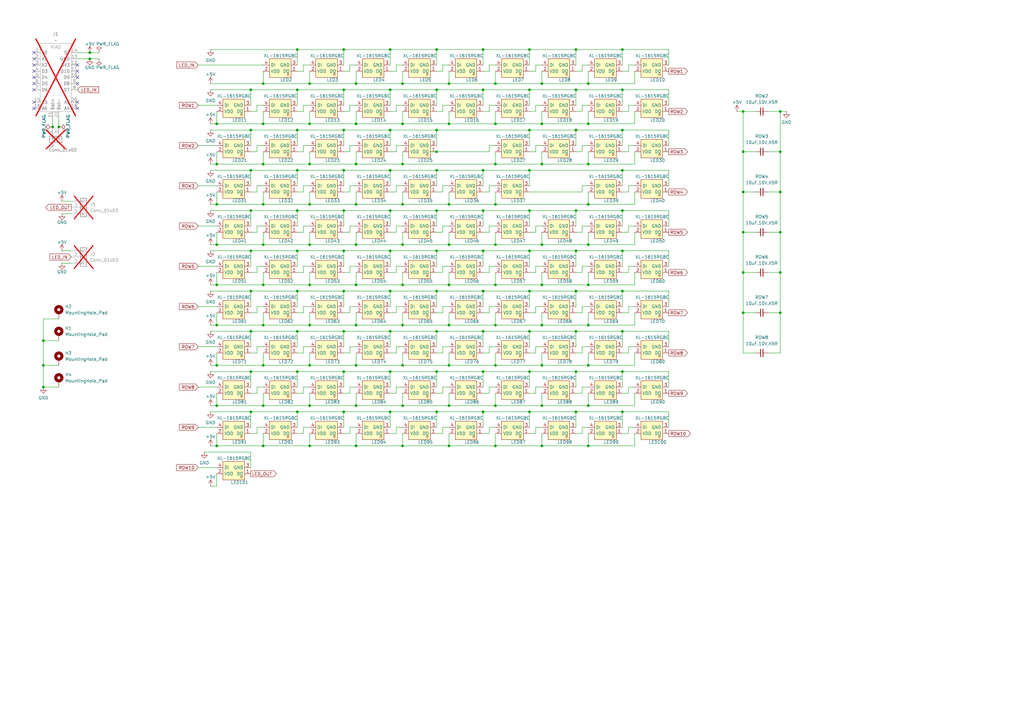
<source format=kicad_sch>
(kicad_sch (version 20231120) (generator "eeschema") (generator_version "8.0")
  (paper "A3")
  (lib_symbols
    (symbol "Connector_Generic:Conn_01x02" (pin_names (offset 1.016) hide)
      (property "Reference" "J" (at 0 2.54 0))
      (property "Value" "Conn_01x02" (at 0 -5.08 0))
      (symbol "Conn_01x02_1_1"
        (pin passive line (at -5.08 0 0) (length 3.81) (name "Pin_1") (number "1"))
        (pin passive line (at -5.08 -2.54 0) (length 3.81) (name "Pin_2") (number "2"))
      )
    )
    (symbol "Connector_Generic:Conn_01x03" (pin_names (offset 1.016) hide)
      (property "Reference" "J" (at 0 5.08 0))
      (property "Value" "Conn_01x03" (at 0 -5.08 0))
      (symbol "Conn_01x03_1_1"
        (pin passive line (at -5.08 2.54 0) (length 3.81) (name "Pin_1") (number "1"))
        (pin passive line (at -5.08 0 0) (length 3.81) (name "Pin_2") (number "2"))
        (pin passive line (at -5.08 -2.54 0) (length 3.81) (name "Pin_3") (number "3"))
      )
    )
    (symbol "Mechanical:MountingHole_Pad" (pin_numbers hide) (pin_names (offset 1.016) hide) (exclude_from_sim yes) (in_bom no)
      (property "Reference" "H" (at 0 6.35 0))
      (property "Value" "MountingHole_Pad" (at 0 4.445 0))
      (symbol "MountingHole_Pad_1_1"
        (pin input line (at 0 -2.54 90) (length 2.54) (name "1") (number "1"))
      )
    )
    (symbol "XIAO:XIAO"
      (property "Reference" "J" (at -3.048 12.446 0))
      (symbol "XIAO_1_1"
        (text "XIAO" (at 2.54 9.906 0) (effects (font (size 1.27 1.27))))
        (pin input line (at -6.35 7.62 0) (length 2.54) (name "A0") (number "1"))
        (pin input line (at 11.43 -2.54 180) (length 2.54) (name "D9") (number "10"))
        (pin input line (at 11.43 0 180) (length 2.54) (name "D10") (number "11"))
        (pin power_in line (at 11.43 2.54 180) (length 2.54) (name "3V3") (number "12"))
        (pin power_in line (at 11.43 5.08 180) (length 2.54) (name "GND") (number "13"))
        (pin power_in line (at 11.43 7.62 180) (length 2.54) (name "5V") (number "14"))
        (pin input line (at -6.35 -12.7 0) (length 2.54) (name "15") (number "15"))
        (pin input line (at -6.35 -15.24 0) (length 2.54) (name "A6") (number "16"))
        (pin input line (at 11.43 -15.24 180) (length 2.54) (name "A4") (number "18"))
        (pin input line (at -6.35 5.08 0) (length 2.54) (name "A1") (number "2"))
        (pin input line (at 11.43 -12.7 180) (length 2.54) (name "A5") (number "20"))
        (pin power_in line (at 1.27 -19.05 90) (length 2.54) (name "Bat+") (number "21"))
        (pin power_in line (at 3.81 -19.05 90) (length 2.54) (name "Bat-") (number "22"))
        (pin input line (at -6.35 2.54 0) (length 2.54) (name "A2") (number "3"))
        (pin input line (at -6.35 0 0) (length 2.54) (name "D3") (number "4"))
        (pin input line (at -6.35 -2.54 0) (length 2.54) (name "D4") (number "5"))
        (pin input line (at -6.35 -5.08 0) (length 2.54) (name "D5") (number "6"))
        (pin input line (at -6.35 -7.62 0) (length 2.54) (name "D6") (number "7"))
        (pin input line (at 11.43 -7.62 180) (length 2.54) (name "D7") (number "8"))
        (pin input line (at 11.43 -5.08 180) (length 2.54) (name "D8") (number "9"))
      )
    )
    (symbol "XL-1615RGBC-WS2812B:XL-1615RGBC-WS2812B"
      (property "Reference" "LED" (at -4.826 -4.826 0))
      (property "Value" "XL-1615RGBC" (at -1.778 4.572 0))
      (symbol "XL-1615RGBC-WS2812B_1_1"
        (pin output line (at -8.89 1.27 0) (length 2.54) (name "DO") (number "1"))
        (pin power_in line (at 5.08 1.27 180) (length 2.54) (name "VDD") (number "2"))
        (pin power_in line (at -8.89 -1.27 0) (length 2.54) (name "GND") (number "3"))
        (pin input line (at 5.08 -1.27 180) (length 2.54) (name "DI") (number "4"))
      )
    )
    (symbol "__sws_jlpcb:jlcpcb-1uF,25V,X5R"
      (property "Reference" "C130" (at -1.27 7.62 0))
      (property "Value" "jlcpcb-1uF,25V,X5R" (at -6.35 5.08 0))
      (symbol "jlcpcb-1uF,25V,X5R_0_0"
        (pin passive line (at 0 2.54 270) (length 2.032) (name "~") (number "1"))
        (pin passive line (at 0 -2.54 90) (length 2.032) (name "~") (number "2"))
      )
    )
    (symbol "power:+5V" (power) (pin_numbers hide) (pin_names (offset 0) hide)
      (property "Value" "+5V" (at 0 3.556 0))
      (symbol "+5V_1_1"
        (pin power_in line (at 0 0 90) (length 0) (name "~") (number "1"))
      )
    )
    (symbol "power:GND" (power) (pin_numbers hide) (pin_names (offset 0) hide)
      (property "Value" "GND" (at 0 -3.81 0))
      (symbol "GND_1_1"
        (pin power_in line (at 0 0 270) (length 0) (name "~") (number "1"))
      )
    )
    (symbol "power:PWR_FLAG" (power) (pin_numbers hide) (pin_names (offset 0) hide)
      (property "Value" "PWR_FLAG" (at 0 3.81 0))
      (symbol "PWR_FLAG_0_0"
        (pin power_out line (at 0 0 90) (length 0) (name "~") (number "1"))
      )
    )
  )
  (junction (at 179.07 135.89))
  (junction (at 121.92 119.38))
  (junction (at 179.07 86.36))
  (junction (at 184.15 100.33))
  (junction (at 217.17 168.91))
  (junction (at 203.2 83.82))
  (junction (at 198.12 135.89))
  (junction (at 320.04 45.72))
  (junction (at 165.1 34.29))
  (junction (at 88.9 100.33))
  (junction (at 36.83 24.13))
  (junction (at 198.12 69.85))
  (junction (at 203.2 182.88))
  (junction (at 146.05 149.86))
  (junction (at 140.97 152.4))
  (junction (at 179.07 20.32))
  (junction (at 255.27 36.83))
  (junction (at 241.3 50.8))
  (junction (at 160.02 135.89))
  (junction (at 121.92 69.85))
  (junction (at 241.3 166.37))
  (junction (at 127 166.37))
  (junction (at 88.9 182.88))
  (junction (at 255.27 53.34))
  (junction (at 121.92 86.36))
  (junction (at 107.95 100.33))
  (junction (at 255.27 69.85))
  (junction (at 88.9 50.8))
  (junction (at 304.8 128.27))
  (junction (at 140.97 53.34))
  (junction (at 140.97 168.91))
  (junction (at 203.2 166.37))
  (junction (at 165.1 67.31))
  (junction (at 102.87 53.34))
  (junction (at 241.3 34.29))
  (junction (at 203.2 133.35))
  (junction (at 107.95 34.29))
  (junction (at 222.25 67.31))
  (junction (at 107.95 116.84))
  (junction (at 222.25 149.86))
  (junction (at 165.1 50.8))
  (junction (at 140.97 36.83))
  (junction (at 127 149.86))
  (junction (at 107.95 83.82))
  (junction (at 241.3 83.82))
  (junction (at 222.25 34.29))
  (junction (at 236.22 86.36))
  (junction (at 140.97 135.89))
  (junction (at 17.78 149.86))
  (junction (at 127 83.82))
  (junction (at 304.8 95.25))
  (junction (at 121.92 20.32))
  (junction (at 304.8 111.76))
  (junction (at 88.9 67.31))
  (junction (at 241.3 116.84))
  (junction (at 102.87 168.91))
  (junction (at 184.15 50.8))
  (junction (at 241.3 182.88))
  (junction (at 236.22 36.83))
  (junction (at 255.27 152.4))
  (junction (at 179.07 36.83))
  (junction (at 179.07 102.87))
  (junction (at 320.04 62.23))
  (junction (at 198.12 20.32))
  (junction (at 255.27 20.32))
  (junction (at 179.07 152.4))
  (junction (at 241.3 100.33))
  (junction (at 127 116.84))
  (junction (at 127 100.33))
  (junction (at 236.22 168.91))
  (junction (at 217.17 119.38))
  (junction (at 217.17 20.32))
  (junction (at 140.97 86.36))
  (junction (at 255.27 168.91))
  (junction (at 179.07 53.34))
  (junction (at 165.1 182.88))
  (junction (at 236.22 20.32))
  (junction (at 140.97 69.85))
  (junction (at 179.07 119.38))
  (junction (at 236.22 152.4))
  (junction (at 222.25 100.33))
  (junction (at 236.22 119.38))
  (junction (at 127 50.8))
  (junction (at 107.95 50.8))
  (junction (at 165.1 133.35))
  (junction (at 121.92 135.89))
  (junction (at 88.9 116.84))
  (junction (at 203.2 50.8))
  (junction (at 304.8 78.74))
  (junction (at 88.9 83.82))
  (junction (at 320.04 128.27))
  (junction (at 121.92 53.34))
  (junction (at 179.07 69.85))
  (junction (at 160.02 20.32))
  (junction (at 146.05 34.29))
  (junction (at 217.17 102.87))
  (junction (at 222.25 116.84))
  (junction (at 107.95 149.86))
  (junction (at 203.2 67.31))
  (junction (at 165.1 116.84))
  (junction (at 146.05 100.33))
  (junction (at 127 133.35))
  (junction (at 127 34.29))
  (junction (at 222.25 50.8))
  (junction (at 160.02 102.87))
  (junction (at 107.95 182.88))
  (junction (at 146.05 116.84))
  (junction (at 88.9 133.35))
  (junction (at 102.87 135.89))
  (junction (at 184.15 166.37))
  (junction (at 241.3 67.31))
  (junction (at 320.04 95.25))
  (junction (at 160.02 69.85))
  (junction (at 255.27 86.36))
  (junction (at 146.05 83.82))
  (junction (at 17.78 158.75))
  (junction (at 222.25 133.35))
  (junction (at 203.2 116.84))
  (junction (at 217.17 86.36))
  (junction (at 184.15 83.82))
  (junction (at 146.05 133.35))
  (junction (at 255.27 135.89))
  (junction (at 241.3 133.35))
  (junction (at 160.02 119.38))
  (junction (at 160.02 86.36))
  (junction (at 198.12 36.83))
  (junction (at 36.83 21.59))
  (junction (at 102.87 69.85))
  (junction (at 203.2 34.29))
  (junction (at 88.9 149.86))
  (junction (at 107.95 133.35))
  (junction (at 203.2 100.33))
  (junction (at 320.04 111.76))
  (junction (at 304.8 62.23))
  (junction (at 222.25 182.88))
  (junction (at 146.05 166.37))
  (junction (at 217.17 152.4))
  (junction (at 121.92 102.87))
  (junction (at 198.12 102.87))
  (junction (at 160.02 53.34))
  (junction (at 198.12 152.4))
  (junction (at 198.12 86.36))
  (junction (at 24.13 52.07))
  (junction (at 320.04 78.74))
  (junction (at 121.92 36.83))
  (junction (at 146.05 50.8))
  (junction (at 304.8 45.72))
  (junction (at 217.17 69.85))
  (junction (at 198.12 119.38))
  (junction (at 102.87 119.38))
  (junction (at 165.1 83.82))
  (junction (at 146.05 67.31))
  (junction (at 184.15 116.84))
  (junction (at 88.9 166.37))
  (junction (at 160.02 168.91))
  (junction (at 160.02 152.4))
  (junction (at 184.15 133.35))
  (junction (at 203.2 149.86))
  (junction (at 102.87 36.83))
  (junction (at 17.78 139.7))
  (junction (at 121.92 152.4))
  (junction (at 179.07 168.91))
  (junction (at 179.07 62.23))
  (junction (at 102.87 102.87))
  (junction (at 255.27 119.38))
  (junction (at 236.22 135.89))
  (junction (at 102.87 152.4))
  (junction (at 198.12 168.91))
  (junction (at 140.97 119.38))
  (junction (at 140.97 20.32))
  (junction (at 121.92 168.91))
  (junction (at 165.1 166.37))
  (junction (at 102.87 86.36))
  (junction (at 217.17 53.34))
  (junction (at 107.95 166.37))
  (junction (at 255.27 102.87))
  (junction (at 107.95 67.31))
  (junction (at 165.1 149.86))
  (junction (at 21.59 52.07))
  (junction (at 127 67.31))
  (junction (at 184.15 149.86))
  (junction (at 236.22 53.34))
  (junction (at 222.25 166.37))
  (junction (at 184.15 182.88))
  (junction (at 217.17 135.89))
  (junction (at 127 182.88))
  (junction (at 165.1 100.33))
  (junction (at 236.22 102.87))
  (junction (at 241.3 149.86))
  (junction (at 140.97 102.87))
  (junction (at 217.17 36.83))
  (junction (at 184.15 34.29))
  (junction (at 146.05 182.88))
  (junction (at 160.02 36.83))
  (no_connect (at 13.97 44.45))
  (no_connect (at 31.75 29.21))
  (no_connect (at 31.75 34.29))
  (no_connect (at 13.97 41.91))
  (no_connect (at 13.97 24.13))
  (no_connect (at 13.97 31.75))
  (no_connect (at 31.75 41.91))
  (no_connect (at 13.97 26.67))
  (no_connect (at 13.97 36.83))
  (no_connect (at 31.75 26.67))
  (no_connect (at 31.75 44.45))
  (no_connect (at 13.97 21.59))
  (no_connect (at 13.97 29.21))
  (no_connect (at 13.97 34.29))
  (no_connect (at 31.75 31.75))
  (wire (pts (xy 203.2 116.84) (xy 184.15 116.84)))
  (wire (pts (xy 162.56 62.23) (xy 160.02 62.23)))
  (wire (pts (xy 203.2 175.26) (xy 200.66 175.26)))
  (wire (pts (xy 81.28 92.71) (xy 88.9 92.71)))
  (wire (pts (xy 257.81 175.26) (xy 257.81 177.8)))
  (wire (pts (xy 88.9 100.33) (xy 107.95 100.33)))
  (wire (pts (xy 238.76 177.8) (xy 236.22 177.8)))
  (wire (pts (xy 124.46 26.67) (xy 124.46 29.21)))
  (wire (pts (xy 160.02 158.75) (xy 160.02 152.4)))
  (wire (pts (xy 160.02 119.38) (xy 140.97 119.38)))
  (wire (pts (xy 127 26.67) (xy 124.46 26.67)))
  (wire (pts (xy 81.28 76.2) (xy 88.9 76.2)))
  (wire (pts (xy 302.26 45.72) (xy 304.8 45.72)))
  (wire (pts (xy 162.56 128.27) (xy 160.02 128.27)))
  (wire (pts (xy 165.1 50.8) (xy 165.1 45.72)))
  (wire (pts (xy 241.3 50.8) (xy 222.25 50.8)))
  (wire (pts (xy 127 50.8) (xy 107.95 50.8)))
  (wire (pts (xy 146.05 83.82) (xy 146.05 78.74)))
  (wire (pts (xy 257.81 43.18) (xy 257.81 45.72)))
  (wire (pts (xy 160.02 109.22) (xy 160.02 102.87)))
  (wire (pts (xy 304.8 111.76) (xy 304.8 95.25)))
  (wire (pts (xy 81.28 43.18) (xy 88.9 43.18)))
  (wire (pts (xy 274.32 36.83) (xy 255.27 36.83)))
  (wire (pts (xy 124.46 125.73) (xy 124.46 128.27)))
  (wire (pts (xy 88.9 144.78) (xy 88.9 149.86)))
  (wire (pts (xy 17.78 130.81) (xy 17.78 139.7)))
  (wire (pts (xy 198.12 26.67) (xy 198.12 20.32)))
  (wire (pts (xy 124.46 128.27) (xy 121.92 128.27)))
  (wire (pts (xy 107.95 100.33) (xy 107.95 95.25)))
  (wire (pts (xy 200.66 158.75) (xy 200.66 161.29)))
  (wire (pts (xy 198.12 142.24) (xy 198.12 135.89)))
  (wire (pts (xy 107.95 182.88) (xy 107.95 177.8)))
  (wire (pts (xy 219.71 95.25) (xy 217.17 95.25)))
  (wire (pts (xy 81.28 125.73) (xy 88.9 125.73)))
  (wire (pts (xy 146.05 34.29) (xy 127 34.29)))
  (wire (pts (xy 162.56 29.21) (xy 160.02 29.21)))
  (wire (pts (xy 86.36 182.88) (xy 88.9 182.88)))
  (wire (pts (xy 86.36 166.37) (xy 88.9 166.37)))
  (wire (pts (xy 140.97 142.24) (xy 140.97 135.89)))
  (wire (pts (xy 260.35 62.23) (xy 260.35 67.31)))
  (wire (pts (xy 160.02 69.85) (xy 140.97 69.85)))
  (wire (pts (xy 203.2 67.31) (xy 203.2 62.23)))
  (wire (pts (xy 86.36 34.29) (xy 107.95 34.29)))
  (wire (pts (xy 238.76 29.21) (xy 236.22 29.21)))
  (wire (pts (xy 241.3 67.31) (xy 222.25 67.31)))
  (wire (pts (xy 320.04 111.76) (xy 314.96 111.76)))
  (wire (pts (xy 179.07 76.2) (xy 179.07 69.85)))
  (wire (pts (xy 219.71 128.27) (xy 217.17 128.27)))
  (wire (pts (xy 124.46 158.75) (xy 124.46 161.29)))
  (wire (pts (xy 200.66 142.24) (xy 200.66 144.78)))
  (wire (pts (xy 184.15 109.22) (xy 181.61 109.22)))
  (wire (pts (xy 260.35 100.33) (xy 241.3 100.33)))
  (wire (pts (xy 260.35 125.73) (xy 257.81 125.73)))
  (wire (pts (xy 241.3 59.69) (xy 238.76 59.69)))
  (wire (pts (xy 127 116.84) (xy 127 111.76)))
  (wire (pts (xy 127 175.26) (xy 124.46 175.26)))
  (wire (pts (xy 260.35 45.72) (xy 260.35 50.8)))
  (wire (pts (xy 241.3 149.86) (xy 222.25 149.86)))
  (wire (pts (xy 124.46 43.18) (xy 124.46 45.72)))
  (wire (pts (xy 107.95 109.22) (xy 105.41 109.22)))
  (wire (pts (xy 203.2 43.18) (xy 200.66 43.18)))
  (wire (pts (xy 124.46 142.24) (xy 124.46 144.78)))
  (wire (pts (xy 200.66 144.78) (xy 198.12 144.78)))
  (wire (pts (xy 181.61 109.22) (xy 181.61 111.76)))
  (wire (pts (xy 102.87 158.75) (xy 102.87 152.4)))
  (wire (pts (xy 107.95 133.35) (xy 107.95 128.27)))
  (wire (pts (xy 105.41 158.75) (xy 105.41 161.29)))
  (wire (pts (xy 107.95 175.26) (xy 105.41 175.26)))
  (wire (pts (xy 217.17 158.75) (xy 217.17 152.4)))
  (wire (pts (xy 162.56 76.2) (xy 162.56 78.74)))
  (wire (pts (xy 257.81 144.78) (xy 255.27 144.78)))
  (wire (pts (xy 238.76 92.71) (xy 238.76 95.25)))
  (wire (pts (xy 88.9 45.72) (xy 88.9 50.8)))
  (wire (pts (xy 146.05 26.67) (xy 143.51 26.67)))
  (wire (pts (xy 146.05 59.69) (xy 143.51 59.69)))
  (wire (pts (xy 260.35 128.27) (xy 260.35 133.35)))
  (wire (pts (xy 140.97 43.18) (xy 140.97 36.83)))
  (wire (pts (xy 304.8 128.27) (xy 304.8 111.76)))
  (wire (pts (xy 320.04 95.25) (xy 320.04 111.76)))
  (wire (pts (xy 86.36 67.31) (xy 88.9 67.31)))
  (wire (pts (xy 88.9 182.88) (xy 107.95 182.88)))
  (wire (pts (xy 184.15 50.8) (xy 165.1 50.8)))
  (wire (pts (xy 217.17 26.67) (xy 217.17 20.32)))
  (wire (pts (xy 309.88 128.27) (xy 304.8 128.27)))
  (wire (pts (xy 143.51 175.26) (xy 143.51 177.8)))
  (wire (pts (xy 236.22 125.73) (xy 236.22 119.38)))
  (wire (pts (xy 241.3 166.37) (xy 241.3 161.29)))
  (wire (pts (xy 143.51 95.25) (xy 140.97 95.25)))
  (wire (pts (xy 127 92.71) (xy 124.46 92.71)))
  (wire (pts (xy 241.3 166.37) (xy 222.25 166.37)))
  (wire (pts (xy 17.78 139.7) (xy 17.78 149.86)))
  (wire (pts (xy 241.3 92.71) (xy 238.76 92.71)))
  (wire (pts (xy 222.25 149.86) (xy 222.25 144.78)))
  (wire (pts (xy 222.25 50.8) (xy 222.25 45.72)))
  (wire (pts (xy 181.61 29.21) (xy 179.07 29.21)))
  (wire (pts (xy 127 100.33) (xy 127 95.25)))
  (wire (pts (xy 219.71 142.24) (xy 219.71 144.78)))
  (wire (pts (xy 200.66 29.21) (xy 198.12 29.21)))
  (wire (pts (xy 146.05 142.24) (xy 143.51 142.24)))
  (wire (pts (xy 165.1 83.82) (xy 165.1 78.74)))
  (wire (pts (xy 241.3 142.24) (xy 238.76 142.24)))
  (wire (pts (xy 236.22 26.67) (xy 236.22 20.32)))
  (wire (pts (xy 121.92 86.36) (xy 102.87 86.36)))
  (wire (pts (xy 255.27 142.24) (xy 255.27 135.89)))
  (wire (pts (xy 140.97 168.91) (xy 121.92 168.91)))
  (wire (pts (xy 236.22 175.26) (xy 236.22 168.91)))
  (wire (pts (xy 143.51 78.74) (xy 140.97 78.74)))
  (wire (pts (xy 257.81 29.21) (xy 255.27 29.21)))
  (wire (pts (xy 255.27 168.91) (xy 236.22 168.91)))
  (wire (pts (xy 238.76 59.69) (xy 238.76 62.23)))
  (wire (pts (xy 162.56 142.24) (xy 162.56 144.78)))
  (wire (pts (xy 184.15 95.25) (xy 184.15 100.33)))
  (wire (pts (xy 184.15 78.74) (xy 184.15 83.82)))
  (wire (pts (xy 102.87 59.69) (xy 102.87 53.34)))
  (wire (pts (xy 260.35 175.26) (xy 257.81 175.26)))
  (wire (pts (xy 309.88 78.74) (xy 304.8 78.74)))
  (wire (pts (xy 140.97 102.87) (xy 121.92 102.87)))
  (wire (pts (xy 140.97 152.4) (xy 121.92 152.4)))
  (wire (pts (xy 31.75 24.13) (xy 36.83 24.13)))
  (wire (pts (xy 143.51 161.29) (xy 140.97 161.29)))
  (wire (pts (xy 121.92 36.83) (xy 102.87 36.83)))
  (wire (pts (xy 203.2 109.22) (xy 200.66 109.22)))
  (wire (pts (xy 238.76 161.29) (xy 236.22 161.29)))
  (wire (pts (xy 219.71 26.67) (xy 219.71 29.21)))
  (wire (pts (xy 124.46 59.69) (xy 124.46 62.23)))
  (wire (pts (xy 179.07 53.34) (xy 160.02 53.34)))
  (wire (pts (xy 127 149.86) (xy 107.95 149.86)))
  (wire (pts (xy 320.04 62.23) (xy 320.04 78.74)))
  (wire (pts (xy 236.22 102.87) (xy 217.17 102.87)))
  (wire (pts (xy 257.81 95.25) (xy 255.27 95.25)))
  (wire (pts (xy 184.15 43.18) (xy 181.61 43.18)))
  (wire (pts (xy 146.05 50.8) (xy 146.05 45.72)))
  (wire (pts (xy 88.9 95.25) (xy 88.9 100.33)))
  (wire (pts (xy 105.41 142.24) (xy 105.41 144.78)))
  (wire (pts (xy 217.17 20.32) (xy 198.12 20.32)))
  (wire (pts (xy 200.66 161.29) (xy 198.12 161.29)))
  (wire (pts (xy 236.22 53.34) (xy 217.17 53.34)))
  (wire (pts (xy 184.15 34.29) (xy 165.1 34.29)))
  (wire (pts (xy 274.32 135.89) (xy 255.27 135.89)))
  (wire (pts (xy 165.1 34.29) (xy 165.1 29.21)))
  (wire (pts (xy 102.87 76.2) (xy 102.87 69.85)))
  (wire (pts (xy 236.22 92.71) (xy 236.22 86.36)))
  (wire (pts (xy 121.92 69.85) (xy 102.87 69.85)))
  (wire (pts (xy 274.32 152.4) (xy 255.27 152.4)))
  (wire (pts (xy 257.81 161.29) (xy 255.27 161.29)))
  (wire (pts (xy 241.3 109.22) (xy 238.76 109.22)))
  (wire (pts (xy 162.56 144.78) (xy 160.02 144.78)))
  (wire (pts (xy 236.22 119.38) (xy 217.17 119.38)))
  (wire (pts (xy 260.35 116.84) (xy 241.3 116.84)))
  (wire (pts (xy 181.61 111.76) (xy 179.07 111.76)))
  (wire (pts (xy 179.07 20.32) (xy 160.02 20.32)))
  (wire (pts (xy 127 158.75) (xy 124.46 158.75)))
  (wire (pts (xy 107.95 142.24) (xy 105.41 142.24)))
  (wire (pts (xy 165.1 166.37) (xy 146.05 166.37)))
  (wire (pts (xy 165.1 83.82) (xy 146.05 83.82)))
  (wire (pts (xy 184.15 175.26) (xy 181.61 175.26)))
  (wire (pts (xy 165.1 182.88) (xy 146.05 182.88)))
  (wire (pts (xy 143.51 45.72) (xy 140.97 45.72)))
  (wire (pts (xy 320.04 78.74) (xy 320.04 95.25)))
  (wire (pts (xy 255.27 86.36) (xy 236.22 86.36)))
  (wire (pts (xy 238.76 76.2) (xy 238.76 78.74)))
  (wire (pts (xy 184.15 76.2) (xy 181.61 76.2)))
  (wire (pts (xy 219.71 177.8) (xy 217.17 177.8)))
  (wire (pts (xy 257.81 78.74) (xy 255.27 78.74)))
  (wire (pts (xy 124.46 109.22) (xy 124.46 111.76)))
  (wire (pts (xy 181.61 76.2) (xy 181.61 78.74)))
  (wire (pts (xy 140.97 86.36) (xy 121.92 86.36)))
  (wire (pts (xy 255.27 43.18) (xy 255.27 36.83)))
  (wire (pts (xy 124.46 144.78) (xy 121.92 144.78)))
  (wire (pts (xy 162.56 111.76) (xy 160.02 111.76)))
  (wire (pts (xy 274.32 26.67) (xy 274.32 20.32)))
  (wire (pts (xy 222.25 116.84) (xy 222.25 111.76)))
  (wire (pts (xy 241.3 100.33) (xy 241.3 95.25)))
  (wire (pts (xy 105.41 175.26) (xy 105.41 177.8)))
  (wire (pts (xy 217.17 59.69) (xy 217.17 53.34)))
  (wire (pts (xy 162.56 161.29) (xy 160.02 161.29)))
  (wire (pts (xy 241.3 50.8) (xy 241.3 45.72)))
  (wire (pts (xy 179.07 152.4) (xy 160.02 152.4)))
  (wire (pts (xy 107.95 125.73) (xy 105.41 125.73)))
  (wire (pts (xy 162.56 125.73) (xy 162.56 128.27)))
  (wire (pts (xy 203.2 50.8) (xy 184.15 50.8)))
  (wire (pts (xy 257.81 59.69) (xy 257.81 62.23)))
  (wire (pts (xy 160.02 53.34) (xy 140.97 53.34)))
  (wire (pts (xy 165.1 100.33) (xy 146.05 100.33)))
  (wire (pts (xy 146.05 100.33) (xy 127 100.33)))
  (wire (pts (xy 179.07 125.73) (xy 179.07 119.38)))
  (wire (pts (xy 241.3 34.29) (xy 241.3 29.21)))
  (wire (pts (xy 200.66 43.18) (xy 200.66 45.72)))
  (wire (pts (xy 127 43.18) (xy 124.46 43.18)))
  (wire (pts (xy 217.17 69.85) (xy 198.12 69.85)))
  (wire (pts (xy 105.41 144.78) (xy 102.87 144.78)))
  (wire (pts (xy 198.12 86.36) (xy 179.07 86.36)))
  (wire (pts (xy 143.51 111.76) (xy 140.97 111.76)))
  (wire (pts (xy 165.1 50.8) (xy 146.05 50.8)))
  (wire (pts (xy 24.13 52.07) (xy 24.13 48.26)))
  (wire (pts (xy 179.07 109.22) (xy 179.07 102.87)))
  (wire (pts (xy 236.22 109.22) (xy 236.22 102.87)))
  (wire (pts (xy 160.02 59.69) (xy 160.02 53.34)))
  (wire (pts (xy 222.25 133.35) (xy 203.2 133.35)))
  (wire (pts (xy 260.35 50.8) (xy 241.3 50.8)))
  (wire (pts (xy 222.25 116.84) (xy 203.2 116.84)))
  (wire (pts (xy 127 83.82) (xy 107.95 83.82)))
  (wire (pts (xy 236.22 168.91) (xy 217.17 168.91)))
  (wire (pts (xy 146.05 125.73) (xy 143.51 125.73)))
  (wire (pts (xy 88.9 78.74) (xy 88.9 83.82)))
  (wire (pts (xy 121.92 175.26) (xy 121.92 168.91)))
  (wire (pts (xy 86.36 199.39) (xy 88.9 199.39)))
  (wire (pts (xy 162.56 95.25) (xy 160.02 95.25)))
  (wire (pts (xy 198.12 102.87) (xy 179.07 102.87)))
  (wire (pts (xy 165.1 116.84) (xy 146.05 116.84)))
  (wire (pts (xy 160.02 20.32) (xy 140.97 20.32)))
  (wire (pts (xy 17.78 139.7) (xy 24.13 139.7)))
  (wire (pts (xy 88.9 133.35) (xy 107.95 133.35)))
  (wire (pts (xy 102.87 175.26) (xy 102.87 168.91)))
  (wire (pts (xy 140.97 125.73) (xy 140.97 119.38)))
  (wire (pts (xy 36.83 24.13) (xy 40.64 24.13)))
  (wire (pts (xy 260.35 67.31) (xy 241.3 67.31)))
  (wire (pts (xy 203.2 182.88) (xy 203.2 177.8)))
  (wire (pts (xy 127 34.29) (xy 127 29.21)))
  (wire (pts (xy 165.1 92.71) (xy 162.56 92.71)))
  (wire (pts (xy 255.27 102.87) (xy 236.22 102.87)))
  (wire (pts (xy 200.66 76.2) (xy 200.66 78.74)))
  (wire (pts (xy 257.81 125.73) (xy 257.81 128.27)))
  (wire (pts (xy 260.35 133.35) (xy 241.3 133.35)))
  (wire (pts (xy 198.12 76.2) (xy 198.12 69.85)))
  (wire (pts (xy 127 67.31) (xy 107.95 67.31)))
  (wire (pts (xy 274.32 59.69) (xy 274.32 53.34)))
  (wire (pts (xy 179.07 92.71) (xy 179.07 86.36)))
  (wire (pts (xy 274.32 53.34) (xy 255.27 53.34)))
  (wire (pts (xy 260.35 78.74) (xy 260.35 83.82)))
  (wire (pts (xy 179.07 119.38) (xy 160.02 119.38)))
  (wire (pts (xy 217.17 78.74) (xy 238.76 78.74)))
  (wire (pts (xy 200.66 125.73) (xy 200.66 128.27)))
  (wire (pts (xy 255.27 158.75) (xy 255.27 152.4)))
  (wire (pts (xy 107.95 67.31) (xy 107.95 62.23)))
  (wire (pts (xy 222.25 34.29) (xy 222.25 29.21)))
  (wire (pts (xy 184.15 100.33) (xy 165.1 100.33)))
  (wire (pts (xy 143.51 26.67) (xy 143.51 29.21)))
  (wire (pts (xy 257.81 142.24) (xy 257.81 144.78)))
  (wire (pts (xy 81.28 142.24) (xy 88.9 142.24)))
  (wire (pts (xy 184.15 29.21) (xy 184.15 34.29)))
  (wire (pts (xy 217.17 102.87) (xy 198.12 102.87)))
  (wire (pts (xy 241.3 116.84) (xy 241.3 111.76)))
  (wire (pts (xy 219.71 175.26) (xy 219.71 177.8)))
  (wire (pts (xy 181.61 161.29) (xy 179.07 161.29)))
  (wire (pts (xy 203.2 34.29) (xy 184.15 34.29)))
  (wire (pts (xy 179.07 142.24) (xy 179.07 135.89)))
  (wire (pts (xy 260.35 182.88) (xy 241.3 182.88)))
  (wire (pts (xy 274.32 92.71) (xy 274.32 86.36)))
  (wire (pts (xy 160.02 76.2) (xy 160.02 69.85)))
  (wire (pts (xy 260.35 144.78) (xy 260.35 149.86)))
  (wire (pts (xy 238.76 62.23) (xy 236.22 62.23)))
  (wire (pts (xy 274.32 142.24) (xy 274.32 135.89)))
  (wire (pts (xy 88.9 50.8) (xy 107.95 50.8)))
  (wire (pts (xy 222.25 142.24) (xy 219.71 142.24)))
  (wire (pts (xy 222.25 50.8) (xy 203.2 50.8)))
  (wire (pts (xy 140.97 92.71) (xy 140.97 86.36)))
  (wire (pts (xy 200.66 78.74) (xy 198.12 78.74)))
  (wire (pts (xy 81.28 158.75) (xy 88.9 158.75)))
  (wire (pts (xy 222.25 100.33) (xy 222.25 95.25)))
  (wire (pts (xy 260.35 59.69) (xy 257.81 59.69)))
  (wire (pts (xy 255.27 36.83) (xy 236.22 36.83)))
  (wire (pts (xy 241.3 133.35) (xy 241.3 128.27)))
  (wire (pts (xy 127 67.31) (xy 127 62.23)))
  (wire (pts (xy 107.95 158.75) (xy 105.41 158.75)))
  (wire (pts (xy 160.02 26.67) (xy 160.02 20.32)))
  (wire (pts (xy 17.78 149.86) (xy 24.13 149.86)))
  (wire (pts (xy 86.36 100.33) (xy 88.9 100.33)))
  (wire (pts (xy 184.15 177.8) (xy 184.15 182.88)))
  (wire (pts (xy 88.9 116.84) (xy 107.95 116.84)))
  (wire (pts (xy 86.36 135.89) (xy 102.87 135.89)))
  (wire (pts (xy 238.76 45.72) (xy 236.22 45.72)))
  (wire (pts (xy 165.1 43.18) (xy 162.56 43.18)))
  (wire (pts (xy 238.76 43.18) (xy 238.76 45.72)))
  (wire (pts (xy 81.28 59.69) (xy 88.9 59.69)))
  (wire (pts (xy 107.95 59.69) (xy 105.41 59.69)))
  (wire (pts (xy 165.1 125.73) (xy 162.56 125.73)))
  (wire (pts (xy 107.95 92.71) (xy 105.41 92.71)))
  (wire (pts (xy 86.36 168.91) (xy 102.87 168.91)))
  (wire (pts (xy 198.12 175.26) (xy 198.12 168.91)))
  (wire (pts (xy 146.05 133.35) (xy 146.05 128.27)))
  (wire (pts (xy 127 100.33) (xy 107.95 100.33)))
  (wire (pts (xy 143.51 76.2) (xy 143.51 78.74)))
  (wire (pts (xy 255.27 152.4) (xy 236.22 152.4)))
  (wire (pts (xy 86.36 152.4) (xy 102.87 152.4)))
  (wire (pts (xy 88.9 128.27) (xy 88.9 133.35)))
  (wire (pts (xy 121.92 109.22) (xy 121.92 102.87)))
  (wire (pts (xy 222.25 175.26) (xy 219.71 175.26)))
  (wire (pts (xy 222.25 166.37) (xy 203.2 166.37)))
  (wire (pts (xy 203.2 125.73) (xy 200.66 125.73)))
  (wire (pts (xy 140.97 135.89) (xy 121.92 135.89)))
  (wire (pts (xy 165.1 109.22) (xy 162.56 109.22)))
  (wire (pts (xy 124.46 92.71) (xy 124.46 95.25)))
  (wire (pts (xy 203.2 158.75) (xy 200.66 158.75)))
  (wire (pts (xy 260.35 109.22) (xy 257.81 109.22)))
  (wire (pts (xy 200.66 92.71) (xy 200.66 95.25)))
  (wire (pts (xy 86.36 116.84) (xy 88.9 116.84)))
  (wire (pts (xy 309.88 62.23) (xy 304.8 62.23)))
  (wire (pts (xy 143.51 158.75) (xy 143.51 161.29)))
  (wire (pts (xy 222.25 125.73) (xy 219.71 125.73)))
  (wire (pts (xy 217.17 152.4) (xy 198.12 152.4)))
  (wire (pts (xy 88.9 161.29) (xy 88.9 166.37)))
  (wire (pts (xy 105.41 59.69) (xy 105.41 62.23)))
  (wire (pts (xy 179.07 43.18) (xy 179.07 36.83)))
  (wire (pts (xy 274.32 86.36) (xy 255.27 86.36)))
  (wire (pts (xy 146.05 50.8) (xy 127 50.8)))
  (wire (pts (xy 198.12 119.38) (xy 179.07 119.38)))
  (wire (pts (xy 21.59 52.07) (xy 21.59 48.26)))
  (wire (pts (xy 260.35 161.29) (xy 260.35 166.37)))
  (wire (pts (xy 81.28 191.77) (xy 88.9 191.77)))
  (wire (pts (xy 105.41 76.2) (xy 105.41 78.74)))
  (wire (pts (xy 107.95 50.8) (xy 107.95 45.72)))
  (wire (pts (xy 160.02 43.18) (xy 160.02 36.83)))
  (wire (pts (xy 81.28 109.22) (xy 88.9 109.22)))
  (wire (pts (xy 222.25 92.71) (xy 219.71 92.71)))
  (wire (pts (xy 217.17 175.26) (xy 217.17 168.91)))
  (wire (pts (xy 143.51 128.27) (xy 140.97 128.27)))
  (wire (pts (xy 203.2 34.29) (xy 203.2 29.21)))
  (wire (pts (xy 127 50.8) (xy 127 45.72)))
  (wire (pts (xy 203.2 116.84) (xy 203.2 111.76)))
  (wire (pts (xy 181.61 128.27) (xy 179.07 128.27)))
  (wire (pts (xy 198.12 109.22) (xy 198.12 102.87)))
  (wire (pts (xy 143.51 62.23) (xy 140.97 62.23)))
  (wire (pts (xy 160.02 36.83) (xy 140.97 36.83)))
  (wire (pts (xy 165.1 76.2) (xy 162.56 76.2)))
  (wire (pts (xy 105.41 128.27) (xy 102.87 128.27)))
  (wire (pts (xy 203.2 142.24) (xy 200.66 142.24)))
  (wire (pts (xy 198.12 152.4) (xy 179.07 152.4)))
  (wire (pts (xy 146.05 100.33) (xy 146.05 95.25)))
  (wire (pts (xy 309.88 111.76) (xy 304.8 111.76)))
  (wire (pts (xy 222.25 149.86) (xy 203.2 149.86)))
  (wire (pts (xy 86.36 119.38) (xy 102.87 119.38)))
  (wire (pts (xy 140.97 119.38) (xy 121.92 119.38)))
  (wire (pts (xy 260.35 149.86) (xy 241.3 149.86)))
  (wire (pts (xy 162.56 78.74) (xy 160.02 78.74)))
  (wire (pts (xy 162.56 26.67) (xy 162.56 29.21)))
  (wire (pts (xy 179.07 26.67) (xy 179.07 20.32)))
  (wire (pts (xy 219.71 29.21) (xy 217.17 29.21)))
  (wire (pts (xy 274.32 102.87) (xy 255.27 102.87)))
  (wire (pts (xy 127 109.22) (xy 124.46 109.22)))
  (wire (pts (xy 219.71 125.73) (xy 219.71 128.27)))
  (wire (pts (xy 203.2 83.82) (xy 184.15 83.82)))
  (wire (pts (xy 200.66 128.27) (xy 198.12 128.27)))
  (wire (pts (xy 203.2 133.35) (xy 184.15 133.35)))
  (wire (pts (xy 105.41 78.74) (xy 102.87 78.74)))
  (wire (pts (xy 121.92 59.69) (xy 121.92 53.34)))
  (wire (pts (xy 222.25 67.31) (xy 203.2 67.31)))
  (wire (pts (xy 217.17 135.89) (xy 198.12 135.89)))
  (wire (pts (xy 217.17 43.18) (xy 217.17 36.83)))
  (wire (pts (xy 124.46 78.74) (xy 121.92 78.74)))
  (wire (pts (xy 140.97 158.75) (xy 140.97 152.4)))
  (wire (pts (xy 105.41 45.72) (xy 102.87 45.72)))
  (wire (pts (xy 219.71 144.78) (xy 217.17 144.78)))
  (wire (pts (xy 140.97 26.67) (xy 140.97 20.32)))
  (wire (pts (xy 179.07 86.36) (xy 160.02 86.36)))
  (wire (pts (xy 107.95 149.86) (xy 107.95 144.78)))
  (wire (pts (xy 236.22 20.32) (xy 217.17 20.32)))
  (wire (pts (xy 105.41 95.25) (xy 102.87 95.25)))
  (wire (pts (xy 236.22 158.75) (xy 236.22 152.4)))
  (wire (pts (xy 162.56 175.26) (xy 162.56 177.8)))
  (wire (pts (xy 222.25 158.75) (xy 219.71 158.75)))
  (wire (pts (xy 203.2 166.37) (xy 184.15 166.37)))
  (wire (pts (xy 241.3 83.82) (xy 241.3 78.74)))
  (wire (pts (xy 179.07 53.34) (xy 217.17 53.34)))
  (wire (pts (xy 241.3 26.67) (xy 238.76 26.67)))
  (wire (pts (xy 140.97 53.34) (xy 121.92 53.34)))
  (wire (pts (xy 241.3 158.75) (xy 238.76 158.75)))
  (wire (pts (xy 105.41 125.73) (xy 105.41 128.27)))
  (wire (pts (xy 160.02 86.36) (xy 140.97 86.36)))
  (wire (pts (xy 320.04 128.27) (xy 320.04 144.78)))
  (wire (pts (xy 184.15 144.78) (xy 184.15 149.86)))
  (wire (pts (xy 222.25 182.88) (xy 203.2 182.88)))
  (wire (pts (xy 81.28 175.26) (xy 88.9 175.26)))
  (wire (pts (xy 127 182.88) (xy 107.95 182.88)))
  (wire (pts (xy 219.71 109.22) (xy 219.71 111.76)))
  (wire (pts (xy 203.2 149.86) (xy 203.2 144.78)))
  (wire (pts (xy 260.35 111.76) (xy 260.35 116.84)))
  (wire (pts (xy 121.92 152.4) (xy 102.87 152.4)))
  (wire (pts (xy 274.32 20.32) (xy 255.27 20.32)))
  (wire (pts (xy 146.05 67.31) (xy 127 67.31)))
  (wire (pts (xy 105.41 161.29) (xy 102.87 161.29)))
  (wire (pts (xy 127 166.37) (xy 127 161.29)))
  (wire (pts (xy 203.2 92.71) (xy 200.66 92.71)))
  (wire (pts (xy 25.4 102.87) (xy 29.21 102.87)))
  (wire (pts (xy 140.97 69.85) (xy 121.92 69.85)))
  (wire (pts (xy 217.17 86.36) (xy 198.12 86.36)))
  (wire (pts (xy 184.15 128.27) (xy 184.15 133.35)))
  (wire (pts (xy 200.66 26.67) (xy 200.66 29.21)))
  (wire (pts (xy 102.87 125.73) (xy 102.87 119.38)))
  (wire (pts (xy 309.88 144.78) (xy 304.8 144.78)))
  (wire (pts (xy 102.87 142.24) (xy 102.87 135.89)))
  (wire (pts (xy 165.1 142.24) (xy 162.56 142.24)))
  (wire (pts (xy 200.66 177.8) (xy 198.12 177.8)))
  (wire (pts (xy 160.02 168.91) (xy 140.97 168.91)))
  (wire (pts (xy 105.41 109.22) (xy 105.41 111.76)))
  (wire (pts (xy 241.3 100.33) (xy 222.25 100.33)))
  (wire (pts (xy 236.22 152.4) (xy 217.17 152.4)))
  (wire (pts (xy 274.32 125.73) (xy 274.32 119.38)))
  (wire (pts (xy 222.25 43.18) (xy 219.71 43.18)))
  (wire (pts (xy 309.88 95.25) (xy 304.8 95.25)))
  (wire (pts (xy 320.04 45.72) (xy 320.04 62.23)))
  (wire (pts (xy 257.81 76.2) (xy 257.81 78.74)))
  (wire (pts (xy 238.76 111.76) (xy 236.22 111.76)))
  (wire (pts (xy 88.9 177.8) (xy 88.9 182.88)))
  (wire (pts (xy 165.1 67.31) (xy 203.2 67.31)))
  (wire (pts (xy 36.83 21.59) (xy 40.64 21.59)))
  (wire (pts (xy 160.02 102.87) (xy 140.97 102.87)))
  (wire (pts (xy 198.12 135.89) (xy 179.07 135.89)))
  (wire (pts (xy 257.81 26.67) (xy 257.81 29.21)))
  (wire (pts (xy 184.15 92.71) (xy 181.61 92.71)))
  (wire (pts (xy 86.36 69.85) (xy 102.87 69.85)))
  (wire (pts (xy 140.97 175.26) (xy 140.97 168.91)))
  (wire (pts (xy 181.61 95.25) (xy 179.07 95.25)))
  (wire (pts (xy 241.3 116.84) (xy 222.25 116.84)))
  (wire (pts (xy 162.56 45.72) (xy 160.02 45.72)))
  (wire (pts (xy 217.17 69.85) (xy 255.27 69.85)))
  (wire (pts (xy 107.95 166.37) (xy 107.95 161.29)))
  (wire (pts (xy 255.27 119.38) (xy 236.22 119.38)))
  (wire (pts (xy 260.35 92.71) (xy 257.81 92.71)))
  (wire (pts (xy 162.56 92.71) (xy 162.56 95.25)))
  (wire (pts (xy 257.81 92.71) (xy 257.81 95.25)))
  (wire (pts (xy 184.15 45.72) (xy 184.15 50.8)))
  (wire (pts (xy 241.3 182.88) (xy 222.25 182.88)))
  (wire (pts (xy 25.4 107.95) (xy 29.21 107.95)))
  (wire (pts (xy 198.12 69.85) (xy 179.07 69.85)))
  (wire (pts (xy 165.1 67.31) (xy 146.05 67.31)))
  (wire (pts (xy 238.76 144.78) (xy 236.22 144.78)))
  (wire (pts (xy 124.46 111.76) (xy 121.92 111.76)))
  (wire (pts (xy 260.35 166.37) (xy 241.3 166.37)))
  (wire (pts (xy 105.41 62.23) (xy 102.87 62.23)))
  (wire (pts (xy 260.35 83.82) (xy 241.3 83.82)))
  (wire (pts (xy 181.61 142.24) (xy 181.61 144.78)))
  (wire (pts (xy 102.87 43.18) (xy 102.87 36.83)))
  (wire (pts (xy 160.02 175.26) (xy 160.02 168.91)))
  (wire (pts (xy 25.4 82.55) (xy 29.21 82.55)))
  (wire (pts (xy 162.56 158.75) (xy 162.56 161.29)))
  (wire (pts (xy 217.17 76.2) (xy 217.17 69.85)))
  (wire (pts (xy 257.81 62.23) (xy 255.27 62.23)))
  (wire (pts (xy 146.05 109.22) (xy 143.51 109.22)))
  (wire (pts (xy 121.92 142.24) (xy 121.92 135.89)))
  (wire (pts (xy 17.78 158.75) (xy 24.13 158.75)))
  (wire (pts (xy 257.81 45.72) (xy 255.27 45.72)))
  (wire (pts (xy 184.15 158.75) (xy 181.61 158.75)))
  (wire (pts (xy 165.1 133.35) (xy 146.05 133.35)))
  (wire (pts (xy 102.87 191.77) (xy 102.87 185.42)))
  (wire (pts (xy 222.25 133.35) (xy 222.25 128.27)))
  (wire (pts (xy 181.61 144.78) (xy 179.07 144.78)))
  (wire (pts (xy 140.97 20.32) (xy 121.92 20.32)))
  (wire (pts (xy 200.66 95.25) (xy 198.12 95.25)))
  (wire (pts (xy 238.76 125.73) (xy 238.76 128.27)))
  (wire (pts (xy 124.46 29.21) (xy 121.92 29.21)))
  (wire (pts (xy 274.32 175.26) (xy 274.32 168.91)))
  (wire (pts (xy 160.02 125.73) (xy 160.02 119.38)))
  (wire (pts (xy 260.35 26.67) (xy 257.81 26.67)))
  (wire (pts (xy 146.05 116.84) (xy 146.05 111.76)))
  (wire (pts (xy 86.36 53.34) (xy 102.87 53.34)))
  (wire (pts (xy 217.17 142.24) (xy 217.17 135.89)))
  (wire (pts (xy 165.1 26.67) (xy 162.56 26.67)))
  (wire (pts (xy 143.51 142.24) (xy 143.51 144.78)))
  (wire (pts (xy 274.32 168.91) (xy 255.27 168.91)))
  (wire (pts (xy 181.61 125.73) (xy 181.61 128.27)))
  (wire (pts (xy 241.3 67.31) (xy 241.3 62.23)))
  (wire (pts (xy 203.2 83.82) (xy 241.3 83.82)))
  (wire (pts (xy 102.87 109.22) (xy 102.87 102.87)))
  (wire (pts (xy 165.1 149.86) (xy 165.1 144.78)))
  (wire (pts (xy 260.35 76.2) (xy 257.81 76.2)))
  (wire (pts (xy 121.92 135.89) (xy 102.87 135.89)))
  (wire (pts (xy 255.27 135.89) (xy 236.22 135.89)))
  (wire (pts (xy 86.36 36.83) (xy 102.87 36.83)))
  (wire (pts (xy 105.41 111.76) (xy 102.87 111.76)))
  (wire (pts (xy 255.27 20.32) (xy 236.22 20.32)))
  (wire (pts (xy 107.95 43.18) (xy 105.41 43.18)))
  (wire (pts (xy 320.04 62.23) (xy 314.96 62.23)))
  (wire (pts (xy 238.76 142.24) (xy 238.76 144.78)))
  (wire (pts (xy 198.12 43.18) (xy 198.12 36.83)))
  (wire (pts (xy 102.87 92.71) (xy 102.87 86.36)))
  (wire (pts (xy 86.36 133.35) (xy 88.9 133.35)))
  (wire (pts (xy 217.17 92.71) (xy 217.17 86.36)))
  (wire (pts (xy 121.92 92.71) (xy 121.92 86.36)))
  (wire (pts (xy 179.07 168.91) (xy 160.02 168.91)))
  (wire (pts (xy 86.36 20.32) (xy 121.92 20.32)))
  (wire (pts (xy 241.3 182.88) (xy 241.3 177.8)))
  (wire (pts (xy 203.2 26.67) (xy 200.66 26.67)))
  (wire (pts (xy 124.46 62.23) (xy 121.92 62.23)))
  (wire (pts (xy 165.1 158.75) (xy 162.56 158.75)))
  (wire (pts (xy 88.9 67.31) (xy 107.95 67.31)))
  (wire (pts (xy 146.05 83.82) (xy 127 83.82)))
  (wire (pts (xy 184.15 133.35) (xy 165.1 133.35)))
  (wire (pts (xy 198.12 168.91) (xy 179.07 168.91)))
  (wire (pts (xy 165.1 182.88) (xy 165.1 177.8)))
  (wire (pts (xy 146.05 76.2) (xy 143.51 76.2)))
  (wire (pts (xy 184.15 26.67) (xy 181.61 26.67)))
  (wire (pts (xy 260.35 34.29) (xy 241.3 34.29)))
  (wire (pts (xy 143.51 177.8) (xy 140.97 177.8)))
  (wire (pts (xy 181.61 158.75) (xy 181.61 161.29)))
  (wire (pts (xy 140.97 59.69) (xy 140.97 53.34)))
  (wire (pts (xy 260.35 177.8) (xy 260.35 182.88)))
  (wire (pts (xy 121.92 76.2) (xy 121.92 69.85)))
  (wire (pts (xy 165.1 175.26) (xy 162.56 175.26)))
  (wire (pts (xy 217.17 109.22) (xy 217.17 102.87)))
  (wire (pts (xy 143.51 29.21) (xy 140.97 29.21)))
  (wire (pts (xy 241.3 133.35) (xy 222.25 133.35)))
  (wire (pts (xy 255.27 26.67) (xy 255.27 20.32)))
  (wire (pts (xy 184.15 166.37) (xy 165.1 166.37)))
  (wire (pts (xy 320.04 45.72) (xy 314.96 45.72)))
  (wire (pts (xy 236.22 43.18) (xy 236.22 36.83)))
  (wire (pts (xy 146.05 149.86) (xy 146.05 144.78)))
  (wire (pts (xy 203.2 50.8) (xy 203.2 45.72)))
  (wire (pts (xy 203.2 59.69) (xy 200.66 59.69)))
  (wire (pts (xy 203.2 182.88) (xy 184.15 182.88)))
  (wire (pts (xy 217.17 119.38) (xy 198.12 119.38)))
  (wire (pts (xy 241.3 76.2) (xy 238.76 76.2)))
  (wire (pts (xy 236.22 59.69) (xy 236.22 53.34)))
  (wire (pts (xy 217.17 168.91) (xy 198.12 168.91)))
  (wire (pts (xy 146.05 43.18) (xy 143.51 43.18)))
  (wire (pts (xy 88.9 62.23) (xy 88.9 67.31)))
  (wire (pts (xy 146.05 175.26) (xy 143.51 175.26)))
  (wire (pts (xy 86.36 50.8) (xy 88.9 50.8)))
  (wire (pts (xy 222.25 100.33) (xy 203.2 100.33)))
  (wire (pts (xy 146.05 158.75) (xy 143.51 158.75)))
  (wire (pts (xy 260.35 142.24) (xy 257.81 142.24)))
  (wire (pts (xy 181.61 177.8) (xy 179.07 177.8)))
  (wire (pts (xy 219.71 45.72) (xy 217.17 45.72)))
  (wire (pts (xy 203.2 166.37) (xy 203.2 161.29)))
  (wire (pts (xy 143.51 109.22) (xy 143.51 111.76)))
  (wire (pts (xy 257.81 111.76) (xy 255.27 111.76)))
  (wire (pts (xy 257.81 158.75) (xy 257.81 161.29)))
  (wire (pts (xy 146.05 34.29) (xy 146.05 29.21)))
  (wire (pts (xy 162.56 59.69) (xy 162.56 62.23)))
  (wire (pts (xy 17.78 149.86) (xy 17.78 158.75)))
  (wire (pts (xy 274.32 76.2) (xy 274.32 69.85)))
  (wire (pts (xy 127 149.86) (xy 127 144.78)))
  (wire (pts (xy 238.76 158.75) (xy 238.76 161.29)))
  (wire (pts (xy 25.4 87.63) (xy 29.21 87.63)))
  (wire (pts (xy 146.05 116.84) (xy 127 116.84)))
  (wire (pts (xy 146.05 67.31) (xy 146.05 62.23)))
  (wire (pts (xy 160.02 142.24) (xy 160.02 135.89)))
  (wire (pts (xy 88.9 194.31) (xy 88.9 199.39)))
  (wire (pts (xy 260.35 95.25) (xy 260.35 100.33)))
  (wire (pts (xy 181.61 78.74) (xy 179.07 78.74)))
  (wire (pts (xy 241.3 149.86) (xy 241.3 144.78)))
  (wire (pts (xy 257.81 128.27) (xy 255.27 128.27)))
  (wire (pts (xy 238.76 109.22) (xy 238.76 111.76)))
  (wire (pts (xy 105.41 177.8) (xy 102.87 177.8)))
  (wire (pts (xy 304.8 62.23) (xy 304.8 45.72)))
  (wire (pts (xy 236.22 142.24) (xy 236.22 135.89)))
  (wire (pts (xy 102.87 185.42) (xy 83.82 185.42)))
  (wire (pts (xy 127 116.84) (xy 107.95 116.84)))
  (wire (pts (xy 184.15 142.24) (xy 181.61 142.24)))
  (wire (pts (xy 160.02 135.89) (xy 140.97 135.89)))
  (wire (pts (xy 127 76.2) (xy 124.46 76.2)))
  (wire (pts (xy 184.15 83.82) (xy 165.1 83.82)))
  (wire (pts (xy 165.1 59.69) (xy 162.56 59.69)))
  (wire (pts (xy 124.46 45.72) (xy 121.92 45.72)))
  (wire (pts (xy 241.3 125.73) (xy 238.76 125.73)))
  (wire (pts (xy 304.8 144.78) (xy 304.8 128.27)))
  (wire (pts (xy 31.75 21.59) (xy 36.83 21.59)))
  (wire (pts (xy 198.12 36.83) (xy 179.07 36.83)))
  (wire (pts (xy 140.97 36.83) (xy 121.92 36.83)))
  (wire (pts (xy 127 125.73) (xy 124.46 125.73)))
  (wire (pts (xy 184.15 116.84) (xy 165.1 116.84)))
  (wire (pts (xy 217.17 36.83) (xy 198.12 36.83)))
  (wire (pts (xy 181.61 26.67) (xy 181.61 29.21)))
  (wire (pts (xy 143.51 59.69) (xy 143.51 62.23)))
  (wire (pts (xy 320.04 78.74) (xy 314.96 78.74)))
  (wire (pts (xy 121.92 102.87) (xy 102.87 102.87)))
  (wire (pts (xy 320.04 128.27) (xy 314.96 128.27)))
  (wire (pts (xy 260.35 158.75) (xy 257.81 158.75)))
  (wire (pts (xy 121.92 119.38) (xy 102.87 119.38)))
  (wire (pts (xy 238.76 175.26) (xy 238.76 177.8)))
  (wire (pts (xy 203.2 100.33) (xy 184.15 100.33)))
  (wire (pts (xy 146.05 166.37) (xy 127 166.37)))
  (wire (pts (xy 255.27 175.26) (xy 255.27 168.91)))
  (wire (pts (xy 143.51 125.73) (xy 143.51 128.27)))
  (wire (pts (xy 219.71 62.23) (xy 217.17 62.23)))
  (wire (pts (xy 124.46 177.8) (xy 121.92 177.8)))
  (wire (pts (xy 236.22 135.89) (xy 217.17 135.89)))
  (wire (pts (xy 165.1 34.29) (xy 146.05 34.29)))
  (wire (pts (xy 255.27 92.71) (xy 255.27 86.36)))
  (wire (pts (xy 181.61 92.71) (xy 181.61 95.25)))
  (wire (pts (xy 200.66 59.69) (xy 200.66 62.23)))
  (wire (pts (xy 222.25 26.67) (xy 219.71 26.67)))
  (wire (pts (xy 146.05 166.37) (xy 146.05 161.29)))
  (wire (pts (xy 222.25 59.69) (xy 219.71 59.69)))
  (wire (pts (xy 146.05 182.88) (xy 146.05 177.8)))
  (wire (pts (xy 143.51 43.18) (xy 143.51 45.72)))
  (wire (pts (xy 219.71 92.71) (xy 219.71 95.25)))
  (wire (pts (xy 165.1 133.35) (xy 165.1 128.27)))
  (wire (pts (xy 165.1 149.86) (xy 146.05 149.86)))
  (wire (pts (xy 320.04 45.72) (xy 322.58 45.72)))
  (wire (pts (xy 219.71 158.75) (xy 219.71 161.29)))
  (wire (pts (xy 146.05 92.71) (xy 143.51 92.71)))
  (wire (pts (xy 143.51 144.78) (xy 140.97 144.78)))
  (wire (pts (xy 140.97 76.2) (xy 140.97 69.85)))
  (wire (pts (xy 162.56 177.8) (xy 160.02 177.8)))
  (wire (pts (xy 255.27 125.73) (xy 255.27 119.38)))
  (wire (pts (xy 255.27 53.34) (xy 236.22 53.34)))
  (wire (pts (xy 198.12 20.32) (xy 179.07 20.32)))
  (wire (pts (xy 105.41 92.71) (xy 105.41 95.25)))
  (wire (pts (xy 238.76 128.27) (xy 236.22 128.27)))
  (wire (pts (xy 236.22 86.36) (xy 217.17 86.36)))
  (wire (pts (xy 260.35 29.21) (xy 260.35 34.29)))
  (wire (pts (xy 241.3 34.29) (xy 222.25 34.29)))
  (wire (pts (xy 222.25 67.31) (xy 222.25 62.23)))
  (wire (pts (xy 88.9 149.86) (xy 107.95 149.86)))
  (wire (pts (xy 200.66 109.22) (xy 200.66 111.76)))
  (wire (pts (xy 320.04 95.25) (xy 314.96 95.25)))
  (wire (pts (xy 107.95 116.84) (xy 107.95 111.76)))
  (wire (pts (xy 203.2 76.2) (xy 200.66 76.2)))
  (wire (pts (xy 274.32 43.18) (xy 274.32 36.83)))
  (wire (pts (xy 184.15 125.73) (xy 181.61 125.73)))
  (wire (pts (xy 200.66 175.26) (xy 200.66 177.8)))
  (wire (pts (xy 198.12 125.73) (xy 198.12 119.38)))
  (wire (pts (xy 127 166.37) (xy 107.95 166.37)))
  (wire (pts (xy 86.36 86.36) (xy 102.87 86.36)))
  (wire (pts (xy 88.9 83.82) (xy 107.95 83.82)))
  (wire (pts (xy 127 133.35) (xy 127 128.27)))
  (wire (pts (xy 222.25 166.37) (xy 222.25 161.29)))
  (wire (pts (xy 198.12 92.71) (xy 198.12 86.36)))
  (wire (pts (xy 160.02 152.4) (xy 140.97 152.4)))
  (wire (pts (xy 184.15 161.29) (xy 184.15 166.37)))
  (wire (pts (xy 146.05 133.35) (xy 127 133.35)))
  (wire (pts (xy 200.66 111.76) (xy 198.12 111.76)))
  (wire (pts (xy 121.92 43.18) (xy 121.92 36.83)))
  (wire (pts (xy 165.1 67.31) (xy 165.1 62.23)))
  (wire (pts (xy 86.36 102.87) (xy 102.87 102.87)))
  (wire (pts (xy 255.27 109.22) (xy 255.27 102.87)))
  (wire (pts (xy 219.71 111.76) (xy 217.17 111.76)))
  (wire (pts (xy 181.61 175.26) (xy 181.61 177.8)))
  (wire (pts (xy 179.07 36.83) (xy 160.02 36.83)))
  (wire (pts (xy 255.27 59.69) (xy 255.27 53.34)))
  (wire (pts (xy 127 83.82) (xy 127 78.74)))
  (wire (pts (xy 88.9 166.37) (xy 107.95 166.37)))
  (wire (pts (xy 179.07 102.87) (xy 160.02 102.87)))
  (wire (pts (xy 160.02 92.71) (xy 160.02 86.36)))
  (wire (pts (xy 274.32 119.38) (xy 255.27 119.38)))
  (wire (pts (xy 162.56 43.18) (xy 162.56 45.72)))
  (wire (pts (xy 274.32 158.75) (xy 274.32 152.4)))
  (wire (pts (xy 127 182.88) (xy 127 177.8)))
  (wire (pts (xy 241.3 43.18) (xy 238.76 43.18)))
  (wire (pts (xy 203.2 100.33) (xy 203.2 95.25)))
  (wire (pts (xy 107.95 83.82) (xy 107.95 78.74)))
  (wire (pts (xy 181.61 43.18) (xy 181.61 45.72)))
  (wire (pts (xy 179.07 62.23) (xy 176.53 62.23)))
  (wire (pts (xy 238.76 26.67) (xy 238.76 29.21)))
  (wire (pts (xy 184.15 149.86) (xy 165.1 149.86)))
  (wire (pts (xy 179.07 59.69) (xy 179.07 53.34)))
  (wire (pts (xy 181.61 45.72) (xy 179.07 45.72)))
  (wire (pts (xy 203.2 133.35) (xy 203.2 128.27)))
  (wire (pts (xy 179.07 62.23) (xy 200.66 62.23)))
  (wire (pts (xy 304.8 78.74) (xy 304.8 62.23)))
  (wire (pts (xy 222.25 34.29) (xy 203.2 34.29)))
  (wire (pts (xy 165.1 166.37) (xy 165.1 161.29)))
  (wire (pts (xy 143.51 92.71) (xy 143.51 95.25)))
  (wire (pts (xy 238.76 95.25) (xy 236.22 95.25)))
  (wire (pts (xy 88.9 111.76) (xy 88.9 116.84)))
  (wire (pts (xy 124.46 95.25) (xy 121.92 95.25)))
  (wire (pts (xy 219.71 161.29) (xy 217.17 161.29)))
  (wire (pts (xy 121.92 53.34) (xy 102.87 53.34)))
  (wire (pts (xy 121.92 158.75) (xy 121.92 152.4)))
  (wire (pts (xy 260.35 43.18) (xy 257.81 43.18)))
  (wire (pts (xy 162.56 109.22) (xy 162.56 111.76)))
  (wire (pts (xy 127 133.35) (xy 107.95 133.35)))
  (wire (pts (xy 179.07 175.26) (xy 179.07 168.91)))
  (wire (pts (xy 127 34.29) (xy 107.95 34.29)))
  (wire (pts (xy 24.13 130.81) (xy 17.78 130.81)))
  (wire (pts (xy 184.15 182.88) (xy 165.1 182.88)))
  (wire (pts (xy 257.81 109.22) (xy 257.81 111.76)))
  (wire (pts (xy 179.07 158.75) (xy 179.07 152.4)))
  (wire (pts (xy 140.97 109.22) (xy 140.97 102.87)))
  (wire (pts (xy 217.17 125.73) (xy 217.17 119.38)))
  (wire (pts (xy 107.95 34.29) (xy 107.95 29.21)))
  (wire (pts (xy 179.07 135.89) (xy 160.02 135.89)))
  (wire (pts (xy 320.04 111.76) (xy 320.04 128.27)))
  (wire (pts (xy 274.32 109.22) (xy 274.32 102.87)))
  (wire (pts (xy 219.71 43.18) (xy 219.71 45.72)))
  (wire (pts (xy 121.92 168.91) (xy 102.87 168.91)))
  (wire (pts (xy 241.3 175.26) (xy 238.76 175.26)))
  (wire (pts (xy 219.71 59.69) (xy 219.71 62.23)))
  (wire (pts (xy 200.66 45.72) (xy 198.12 45.72)))
  (wire (pts (xy 222.25 109.22) (xy 219.71 109.22)))
  (wire (pts (xy 86.36 83.82) (xy 88.9 83.82)))
  (wire (pts (xy 165.1 116.84) (xy 165.1 111.76)))
  (wire (pts (xy 203.2 149.86) (xy 184.15 149.86)))
  (wire (pts (xy 124.46 161.29) (xy 121.92 161.29)))
  (wire (pts (xy 309.88 45.72) (xy 304.8 45.72)))
  (wire (pts (xy 127 142.24) (xy 124.46 142.24)))
  (wire (pts (xy 320.04 144.78) (xy 314.96 144.78)))
  (wire (pts (xy 146.05 149.86) (xy 127 149.86)))
  (wire (pts (xy 105.41 43.18) (xy 105.41 45.72)))
  (wire (pts (xy 124.46 76.2) (xy 124.46 78.74)))
  (wire (pts (xy 179.07 69.85) (xy 160.02 69.85)))
  (wire (pts (xy 236.22 36.83) (xy 217.17 36.83)))
  (wire (pts (xy 255.27 76.2) (xy 255.27 69.85)))
  (wire (pts (xy 86.36 149.86) (xy 88.9 149.86)))
  (wire (pts (xy 121.92 125.73) (xy 121.92 119.38)))
  (wire (pts (xy 304.8 95.25) (xy 304.8 78.74)))
  (wire (pts (xy 203.2 83.82) (xy 203.2 78.74)))
  (wire (pts (xy 198.12 158.75) (xy 198.12 152.4)))
  (wire (pts (xy 146.05 182.88) (xy 127 182.88)))
  (wire (pts (xy 107.95 76.2) (xy 105.41 76.2)))
  (wire (pts (xy 222.25 182.88) (xy 222.25 177.8)))
  (wire (pts (xy 121.92 26.67) (xy 121.92 20.32)))
  (wire (pts (xy 165.1 100.33) (xy 165.1 95.25)))
  (wire (pts (xy 127 59.69) (xy 124.46 59.69)))
  (wire (pts (xy 274.32 69.85) (xy 255.27 69.85)))
  (wire (pts (xy 257.81 177.8) (xy 255.27 177.8)))
  (wire (pts (xy 124.46 175.26) (xy 124.46 177.8)))
  (wire (pts (xy 184.15 111.76) (xy 184.15 116.84)))
  (wire (pts (xy 81.28 26.67) (xy 107.95 26.67)))
  (global_label "ROW7" (shape output) (at 274.32 128.27 0) (property "Intersheetrefs" "${INTERSHEET_REFS}" (effects (hide yes))))
  (global_label "ROW5" (shape input) (at 81.28 109.22 180) (property "Intersheetrefs" "${INTERSHEET_REFS}" (effects (hide yes))))
  (global_label "ROW6" (shape input) (at 81.28 125.73 180) (property "Intersheetrefs" "${INTERSHEET_REFS}" (effects (hide yes))))
  (global_label "ROW2" (shape input) (at 81.28 59.69 180) (property "Intersheetrefs" "${INTERSHEET_REFS}" (effects (hide yes))))
  (global_label "ROW7" (shape input) (at 81.28 142.24 180) (property "Intersheetrefs" "${INTERSHEET_REFS}" (effects (hide yes))))
  (global_label "ROW2" (shape output) (at 274.32 45.72 0) (property "Intersheetrefs" "${INTERSHEET_REFS}" (effects (hide yes))))
  (global_label "ROW8" (shape input) (at 81.28 158.75 180) (property "Intersheetrefs" "${INTERSHEET_REFS}" (effects (hide yes))))
  (global_label "ROW8" (shape output) (at 274.32 144.78 0) (property "Intersheetrefs" "${INTERSHEET_REFS}" (effects (hide yes))))
  (global_label "LED_IN" (shape input) (at 29.21 105.41 180) (property "Intersheetrefs" "${INTERSHEET_REFS}" (effects (hide yes))))
  (global_label "ROW4" (shape input) (at 81.28 92.71 180) (property "Intersheetrefs" "${INTERSHEET_REFS}" (effects (hide yes))))
  (global_label "ROW9" (shape output) (at 274.32 161.29 0) (property "Intersheetrefs" "${INTERSHEET_REFS}" (effects (hide yes))))
  (global_label "LED_IN" (shape input) (at 81.28 26.67 180) (property "Intersheetrefs" "${INTERSHEET_REFS}" (effects (hide yes))))
  (global_label "LED_OUT" (shape output) (at 102.87 194.31 0) (property "Intersheetrefs" "${INTERSHEET_REFS}" (effects (hide yes))))
  (global_label "LED_OUT" (shape output) (at 29.21 85.09 180) (property "Intersheetrefs" "${INTERSHEET_REFS}" (effects (hide yes))))
  (global_label "ROW4" (shape output) (at 274.32 78.74 0) (property "Intersheetrefs" "${INTERSHEET_REFS}" (effects (hide yes))))
  (global_label "ROW6" (shape output) (at 274.32 111.76 0) (property "Intersheetrefs" "${INTERSHEET_REFS}" (effects (hide yes))))
  (global_label "ROW5" (shape output) (at 274.32 95.25 0) (property "Intersheetrefs" "${INTERSHEET_REFS}" (effects (hide yes))))
  (global_label "ROW9" (shape input) (at 81.28 175.26 180) (property "Intersheetrefs" "${INTERSHEET_REFS}" (effects (hide yes))))
  (global_label "ROW3" (shape input) (at 81.28 76.2 180) (property "Intersheetrefs" "${INTERSHEET_REFS}" (effects (hide yes))))
  (global_label "ROW1" (shape output) (at 274.32 29.21 0) (property "Intersheetrefs" "${INTERSHEET_REFS}" (effects (hide yes))))
  (global_label "ROW3" (shape output) (at 274.32 62.23 0) (property "Intersheetrefs" "${INTERSHEET_REFS}" (effects (hide yes))))
  (global_label "ROW1" (shape input) (at 81.28 43.18 180) (property "Intersheetrefs" "${INTERSHEET_REFS}" (effects (hide yes))))
  (global_label "ROW10" (shape input) (at 81.28 191.77 180) (property "Intersheetrefs" "${INTERSHEET_REFS}" (effects (hide yes))))
  (global_label "ROW10" (shape output) (at 274.32 177.8 0) (property "Intersheetrefs" "${INTERSHEET_REFS}" (effects (hide yes))))
  (global_label "LED_IN" (shape input) (at 31.75 36.83 0) (property "Intersheetrefs" "${INTERSHEET_REFS}" (effects (hide yes))))
  (symbol (lib_id "power:PWR_FLAG") (at 24.13 52.07 270) (unit 1)
    (property "Reference" "#FLG03" (effects (hide yes)))
    (property "Value" "PWR_FLAG" (at 27.94 51.816 0))
    (property "Description" "Special symbol for telling ERC where power comes from" (effects (hide yes)))
  )
  (symbol (lib_id "XL-1615RGBC-WS2812B:XL-1615RGBC-WS2812B") (at 113.03 176.53 180) (unit 1)
    (property "Reference" "LED92" (at 117.348 181.356 0))
    (property "Value" "XL-1615RGBC" (at 115.062 171.45 0))
    (property "Footprint" "XL-1615RGBC-WS2812B:LED-SMD_4P-L1.6-W1.5_XL-1615RGBC-WS2812B" (effects (hide yes)))
    (property "LCSC Part" "C5349954" (effects (hide yes)))
  )
  (symbol (lib_id "Connector_Generic:Conn_01x03") (at 34.29 105.41 0) (unit 1) (dnp yes)
    (property "Reference" "J3" (at 36.83 104.1399 0) (effects (justify left)))
    (property "Value" "Conn_01x03" (at 36.83 106.6799 0) (effects (justify left)))
    (property "Footprint" "Connector_PinHeader_2.54mm:PinHeader_1x03_P2.54mm_Vertical" (effects (hide yes)))
    (property "Description" "Generic connector, single row, 01x03, script generated (kicad-library-utils/schlib/autogen/connector/)" (effects (hide yes)))
  )
  (symbol (lib_id "power:PWR_FLAG") (at 40.64 24.13 180) (unit 1)
    (property "Reference" "#FLG02" (effects (hide yes)))
    (property "Value" "PWR_FLAG" (at 44.196 27.686 0))
    (property "Description" "Special symbol for telling ERC where power comes from" (effects (hide yes)))
  )
  (symbol (lib_id "power:+5V") (at 86.36 199.39 0) (mirror y) (unit 1)
    (property "Reference" "#PWR05" (effects (hide yes)))
    (property "Value" "+5V" (at 86.36 195.58 0))
    (property "Description" "Power symbol creates a global label with name \"+5V\"" (effects (hide yes)))
  )
  (symbol (lib_id "XL-1615RGBC-WS2812B:XL-1615RGBC-WS2812B") (at 189.23 77.47 180) (unit 1)
    (property "Reference" "LED36" (at 193.548 82.296 0))
    (property "Value" "XL-1615RGBC" (at 191.262 72.39 0))
    (property "Footprint" "XL-1615RGBC-WS2812B:LED-SMD_4P-L1.6-W1.5_XL-1615RGBC-WS2812B" (effects (hide yes)))
    (property "LCSC Part" "C5349954" (effects (hide yes)))
  )
  (symbol (lib_id "Mechanical:MountingHole_Pad") (at 24.13 137.16 0) (unit 1) (exclude_from_sim yes) (in_bom no)
    (property "Reference" "H1" (at 26.67 134.6199 0) (effects (justify left)))
    (property "Value" "MountingHole_Pad" (at 26.67 137.1599 0) (effects (justify left)))
    (property "Footprint" "MountingHole:MountingHole_2.2mm_M2_Pad_Via" (effects (hide yes)))
    (property "Description" "Mounting Hole with connection" (effects (hide yes)))
  )
  (symbol (lib_id "power:PWR_FLAG") (at 21.59 52.07 90) (unit 1)
    (property "Reference" "#FLG04" (effects (hide yes)))
    (property "Value" "PWR_FLAG" (at 18.034 51.816 0))
    (property "Description" "Special symbol for telling ERC where power comes from" (effects (hide yes)))
  )
  (symbol (lib_id "XL-1615RGBC-WS2812B:XL-1615RGBC-WS2812B") (at 227.33 27.94 180) (unit 1)
    (property "Reference" "LED8" (at 231.648 32.766 0))
    (property "Value" "XL-1615RGBC" (at 229.362 22.86 0))
    (property "Footprint" "XL-1615RGBC-WS2812B:LED-SMD_4P-L1.6-W1.5_XL-1615RGBC-WS2812B" (effects (hide yes)))
    (property "LCSC Part" "C5349954" (effects (hide yes)))
  )
  (symbol (lib_id "power:+5V") (at 86.36 182.88 0) (mirror y) (unit 1)
    (property "Reference" "#PWR026" (effects (hide yes)))
    (property "Value" "+5V" (at 86.36 179.07 0))
    (property "Description" "Power symbol creates a global label with name \"+5V\"" (effects (hide yes)))
  )
  (symbol (lib_id "__sws_jlpcb:jlcpcb-1uF,25V,X5R") (at 312.42 78.74 270) (unit 1)
    (property "Reference" "ROW4" (at 312.42 72.39 90))
    (property "Value" "10uF,10V,X5R" (at 312.42 74.93 90))
    (property "Footprint" "Capacitor_SMD:C_0402_1005Metric" (effects (hide yes)))
    (property "Datasheet" "https://datasheet.lcsc.com/lcsc/1811091611_Samsung-Electro-Mechanics-CL05A105KA5NQNC_C52923.pdf" (effects (hide yes)))
    (property "LCSC" "C52923" (effects (hide yes)))
    (property "MFG" "Samsung Electro-Mechanics" (effects (hide yes)))
    (property "MFGPN" "CL05A105KA5NQNC" (effects (hide yes)))
  )
  (symbol (lib_id "XL-1615RGBC-WS2812B:XL-1615RGBC-WS2812B") (at 132.08 127 180) (unit 1)
    (property "Reference" "LED63" (at 136.398 131.826 0))
    (property "Value" "XL-1615RGBC" (at 134.112 121.92 0))
    (property "Footprint" "XL-1615RGBC-WS2812B:LED-SMD_4P-L1.6-W1.5_XL-1615RGBC-WS2812B" (effects (hide yes)))
    (property "LCSC Part" "C5349954" (effects (hide yes)))
  )
  (symbol (lib_id "XL-1615RGBC-WS2812B:XL-1615RGBC-WS2812B") (at 227.33 176.53 180) (unit 1)
    (property "Reference" "LED98" (at 231.648 181.356 0))
    (property "Value" "XL-1615RGBC" (at 229.362 171.45 0))
    (property "Footprint" "XL-1615RGBC-WS2812B:LED-SMD_4P-L1.6-W1.5_XL-1615RGBC-WS2812B" (effects (hide yes)))
    (property "LCSC Part" "C5349954" (effects (hide yes)))
  )
  (symbol (lib_id "power:GND") (at 86.36 102.87 0) (unit 1)
    (property "Reference" "#PWR017" (effects (hide yes)))
    (property "Value" "GND" (at 86.36 107.315 0))
    (property "Description" "Power symbol creates a global label with name \"GND\" , ground" (effects (hide yes)))
  )
  (symbol (lib_id "power:+5V") (at 86.36 116.84 0) (mirror y) (unit 1)
    (property "Reference" "#PWR018" (effects (hide yes)))
    (property "Value" "+5V" (at 86.36 113.03 0))
    (property "Description" "Power symbol creates a global label with name \"+5V\"" (effects (hide yes)))
  )
  (symbol (lib_id "XL-1615RGBC-WS2812B:XL-1615RGBC-WS2812B") (at 151.13 77.47 180) (unit 1)
    (property "Reference" "LED34" (at 155.448 82.296 0))
    (property "Value" "XL-1615RGBC" (at 153.162 72.39 0))
    (property "Footprint" "XL-1615RGBC-WS2812B:LED-SMD_4P-L1.6-W1.5_XL-1615RGBC-WS2812B" (effects (hide yes)))
    (property "LCSC Part" "C5349954" (effects (hide yes)))
  )
  (symbol (lib_id "XL-1615RGBC-WS2812B:XL-1615RGBC-WS2812B") (at 246.38 160.02 180) (unit 1)
    (property "Reference" "LED89" (at 250.698 164.846 0))
    (property "Value" "XL-1615RGBC" (at 248.412 154.94 0))
    (property "Footprint" "XL-1615RGBC-WS2812B:LED-SMD_4P-L1.6-W1.5_XL-1615RGBC-WS2812B" (effects (hide yes)))
    (property "LCSC Part" "C5349954" (effects (hide yes)))
  )
  (symbol (lib_id "power:GND") (at 17.78 158.75 0) (unit 1)
    (property "Reference" "#PWR031" (effects (hide yes)))
    (property "Value" "GND" (at 17.78 163.195 0))
    (property "Description" "Power symbol creates a global label with name \"GND\" , ground" (effects (hide yes)))
  )
  (symbol (lib_id "XL-1615RGBC-WS2812B:XL-1615RGBC-WS2812B") (at 151.13 143.51 180) (unit 1)
    (property "Reference" "LED74" (at 155.448 148.336 0))
    (property "Value" "XL-1615RGBC" (at 153.162 138.43 0))
    (property "Footprint" "XL-1615RGBC-WS2812B:LED-SMD_4P-L1.6-W1.5_XL-1615RGBC-WS2812B" (effects (hide yes)))
    (property "LCSC Part" "C5349954" (effects (hide yes)))
  )
  (symbol (lib_id "XL-1615RGBC-WS2812B:XL-1615RGBC-WS2812B") (at 170.18 176.53 180) (unit 1)
    (property "Reference" "LED95" (at 174.498 181.356 0))
    (property "Value" "XL-1615RGBC" (at 172.212 171.45 0))
    (property "Footprint" "XL-1615RGBC-WS2812B:LED-SMD_4P-L1.6-W1.5_XL-1615RGBC-WS2812B" (effects (hide yes)))
    (property "LCSC Part" "C5349954" (effects (hide yes)))
  )
  (symbol (lib_id "XL-1615RGBC-WS2812B:XL-1615RGBC-WS2812B") (at 113.03 160.02 180) (unit 1)
    (property "Reference" "LED82" (at 117.348 164.846 0))
    (property "Value" "XL-1615RGBC" (at 115.062 154.94 0))
    (property "Footprint" "XL-1615RGBC-WS2812B:LED-SMD_4P-L1.6-W1.5_XL-1615RGBC-WS2812B" (effects (hide yes)))
    (property "LCSC Part" "C5349954" (effects (hide yes)))
  )
  (symbol (lib_id "XL-1615RGBC-WS2812B:XL-1615RGBC-WS2812B") (at 246.38 77.47 180) (unit 1)
    (property "Reference" "LED39" (at 250.698 82.296 0))
    (property "Value" "XL-1615RGBC" (at 248.412 72.39 0))
    (property "Footprint" "XL-1615RGBC-WS2812B:LED-SMD_4P-L1.6-W1.5_XL-1615RGBC-WS2812B" (effects (hide yes)))
    (property "LCSC Part" "C5349954" (effects (hide yes)))
  )
  (symbol (lib_id "XL-1615RGBC-WS2812B:XL-1615RGBC-WS2812B") (at 113.03 60.96 180) (unit 1)
    (property "Reference" "LED22" (at 117.348 65.786 0))
    (property "Value" "XL-1615RGBC" (at 115.062 55.88 0))
    (property "Footprint" "XL-1615RGBC-WS2812B:LED-SMD_4P-L1.6-W1.5_XL-1615RGBC-WS2812B" (effects (hide yes)))
    (property "LCSC Part" "C5349954" (effects (hide yes)))
  )
  (symbol (lib_id "Mechanical:MountingHole_Pad") (at 24.13 128.27 0) (unit 1) (exclude_from_sim yes) (in_bom no)
    (property "Reference" "H2" (at 26.67 125.7299 0) (effects (justify left)))
    (property "Value" "MountingHole_Pad" (at 26.67 128.2699 0) (effects (justify left)))
    (property "Footprint" "MountingHole:MountingHole_2.2mm_M2_Pad_Via" (effects (hide yes)))
    (property "Description" "Mounting Hole with connection" (effects (hide yes)))
  )
  (symbol (lib_id "XL-1615RGBC-WS2812B:XL-1615RGBC-WS2812B") (at 265.43 176.53 180) (unit 1)
    (property "Reference" "LED100" (at 269.748 181.356 0))
    (property "Value" "XL-1615RGBC" (at 267.462 171.45 0))
    (property "Footprint" "XL-1615RGBC-WS2812B:LED-SMD_4P-L1.6-W1.5_XL-1615RGBC-WS2812B" (effects (hide yes)))
    (property "LCSC Part" "C5349954" (effects (hide yes)))
  )
  (symbol (lib_id "__sws_jlpcb:jlcpcb-1uF,25V,X5R") (at 312.42 95.25 270) (unit 1)
    (property "Reference" "ROW5" (at 312.42 88.9 90))
    (property "Value" "10uF,10V,X5R" (at 312.42 91.44 90))
    (property "Footprint" "Capacitor_SMD:C_0402_1005Metric" (effects (hide yes)))
    (property "Datasheet" "https://datasheet.lcsc.com/lcsc/1811091611_Samsung-Electro-Mechanics-CL05A105KA5NQNC_C52923.pdf" (effects (hide yes)))
    (property "LCSC" "C52923" (effects (hide yes)))
    (property "MFG" "Samsung Electro-Mechanics" (effects (hide yes)))
    (property "MFGPN" "CL05A105KA5NQNC" (effects (hide yes)))
  )
  (symbol (lib_id "XL-1615RGBC-WS2812B:XL-1615RGBC-WS2812B") (at 189.23 44.45 180) (unit 1)
    (property "Reference" "LED16" (at 193.548 49.276 0))
    (property "Value" "XL-1615RGBC" (at 191.262 39.37 0))
    (property "Footprint" "XL-1615RGBC-WS2812B:LED-SMD_4P-L1.6-W1.5_XL-1615RGBC-WS2812B" (effects (hide yes)))
    (property "LCSC Part" "C5349954" (effects (hide yes)))
  )
  (symbol (lib_id "__sws_jlpcb:jlcpcb-1uF,25V,X5R") (at 312.42 111.76 270) (unit 1)
    (property "Reference" "ROW6" (at 312.42 105.41 90))
    (property "Value" "10uF,10V,X5R" (at 312.42 107.95 90))
    (property "Footprint" "Capacitor_SMD:C_0402_1005Metric" (effects (hide yes)))
    (property "Datasheet" "https://datasheet.lcsc.com/lcsc/1811091611_Samsung-Electro-Mechanics-CL05A105KA5NQNC_C52923.pdf" (effects (hide yes)))
    (property "LCSC" "C52923" (effects (hide yes)))
    (property "MFG" "Samsung Electro-Mechanics" (effects (hide yes)))
    (property "MFGPN" "CL05A105KA5NQNC" (effects (hide yes)))
  )
  (symbol (lib_id "XL-1615RGBC-WS2812B:XL-1615RGBC-WS2812B") (at 93.98 44.45 180) (unit 1)
    (property "Reference" "LED11" (at 98.298 49.276 0))
    (property "Value" "XL-1615RGBC" (at 96.012 39.37 0))
    (property "Footprint" "XL-1615RGBC-WS2812B:LED-SMD_4P-L1.6-W1.5_XL-1615RGBC-WS2812B" (effects (hide yes)))
    (property "LCSC Part" "C5349954" (effects (hide yes)))
  )
  (symbol (lib_id "power:+5V") (at 86.36 133.35 0) (mirror y) (unit 1)
    (property "Reference" "#PWR020" (effects (hide yes)))
    (property "Value" "+5V" (at 86.36 129.54 0))
    (property "Description" "Power symbol creates a global label with name \"+5V\"" (effects (hide yes)))
  )
  (symbol (lib_id "XL-1615RGBC-WS2812B:XL-1615RGBC-WS2812B") (at 93.98 160.02 180) (unit 1)
    (property "Reference" "LED81" (at 98.298 164.846 0))
    (property "Value" "XL-1615RGBC" (at 96.012 154.94 0))
    (property "Footprint" "XL-1615RGBC-WS2812B:LED-SMD_4P-L1.6-W1.5_XL-1615RGBC-WS2812B" (effects (hide yes)))
    (property "LCSC Part" "C5349954" (effects (hide yes)))
  )
  (symbol (lib_id "Mechanical:MountingHole_Pad") (at 24.13 147.32 0) (unit 1) (exclude_from_sim yes) (in_bom no)
    (property "Reference" "H3" (at 26.67 144.7799 0) (effects (justify left)))
    (property "Value" "MountingHole_Pad" (at 26.67 147.3199 0) (effects (justify left)))
    (property "Footprint" "MountingHole:MountingHole_2.2mm_M2_Pad_Via" (effects (hide yes)))
    (property "Description" "Mounting Hole with connection" (effects (hide yes)))
  )
  (symbol (lib_id "XL-1615RGBC-WS2812B:XL-1615RGBC-WS2812B") (at 170.18 127 180) (unit 1)
    (property "Reference" "LED65" (at 174.498 131.826 0))
    (property "Value" "XL-1615RGBC" (at 172.212 121.92 0))
    (property "Footprint" "XL-1615RGBC-WS2812B:LED-SMD_4P-L1.6-W1.5_XL-1615RGBC-WS2812B" (effects (hide yes)))
    (property "LCSC Part" "C5349954" (effects (hide yes)))
  )
  (symbol (lib_id "XL-1615RGBC-WS2812B:XL-1615RGBC-WS2812B") (at 132.08 143.51 180) (unit 1)
    (property "Reference" "LED73" (at 136.398 148.336 0))
    (property "Value" "XL-1615RGBC" (at 134.112 138.43 0))
    (property "Footprint" "XL-1615RGBC-WS2812B:LED-SMD_4P-L1.6-W1.5_XL-1615RGBC-WS2812B" (effects (hide yes)))
    (property "LCSC Part" "C5349954" (effects (hide yes)))
  )
  (symbol (lib_id "XL-1615RGBC-WS2812B:XL-1615RGBC-WS2812B") (at 113.03 93.98 180) (unit 1)
    (property "Reference" "LED42" (at 117.348 98.806 0))
    (property "Value" "XL-1615RGBC" (at 115.062 88.9 0))
    (property "Footprint" "XL-1615RGBC-WS2812B:LED-SMD_4P-L1.6-W1.5_XL-1615RGBC-WS2812B" (effects (hide yes)))
    (property "LCSC Part" "C5349954" (effects (hide yes)))
  )
  (symbol (lib_id "power:+5V") (at 86.36 67.31 0) (mirror y) (unit 1)
    (property "Reference" "#PWR012" (effects (hide yes)))
    (property "Value" "+5V" (at 86.36 63.5 0))
    (property "Description" "Power symbol creates a global label with name \"+5V\"" (effects (hide yes)))
  )
  (symbol (lib_id "XL-1615RGBC-WS2812B:XL-1615RGBC-WS2812B") (at 189.23 110.49 180) (unit 1)
    (property "Reference" "LED56" (at 193.548 115.316 0))
    (property "Value" "XL-1615RGBC" (at 191.262 105.41 0))
    (property "Footprint" "XL-1615RGBC-WS2812B:LED-SMD_4P-L1.6-W1.5_XL-1615RGBC-WS2812B" (effects (hide yes)))
    (property "LCSC Part" "C5349954" (effects (hide yes)))
  )
  (symbol (lib_id "power:GND") (at 86.36 119.38 0) (unit 1)
    (property "Reference" "#PWR019" (effects (hide yes)))
    (property "Value" "GND" (at 86.36 123.825 0))
    (property "Description" "Power symbol creates a global label with name \"GND\" , ground" (effects (hide yes)))
  )
  (symbol (lib_id "XL-1615RGBC-WS2812B:XL-1615RGBC-WS2812B") (at 208.28 143.51 180) (unit 1)
    (property "Reference" "LED77" (at 212.598 148.336 0))
    (property "Value" "XL-1615RGBC" (at 210.312 138.43 0))
    (property "Footprint" "XL-1615RGBC-WS2812B:LED-SMD_4P-L1.6-W1.5_XL-1615RGBC-WS2812B" (effects (hide yes)))
    (property "LCSC Part" "C5349954" (effects (hide yes)))
  )
  (symbol (lib_id "XL-1615RGBC-WS2812B:XL-1615RGBC-WS2812B") (at 265.43 27.94 180) (unit 1)
    (property "Reference" "LED10" (at 269.748 32.766 0))
    (property "Value" "XL-1615RGBC" (at 267.462 22.86 0))
    (property "Footprint" "XL-1615RGBC-WS2812B:LED-SMD_4P-L1.6-W1.5_XL-1615RGBC-WS2812B" (effects (hide yes)))
    (property "LCSC Part" "C5349954" (effects (hide yes)))
  )
  (symbol (lib_id "XL-1615RGBC-WS2812B:XL-1615RGBC-WS2812B") (at 246.38 93.98 180) (unit 1)
    (property "Reference" "LED49" (at 250.698 98.806 0))
    (property "Value" "XL-1615RGBC" (at 248.412 88.9 0))
    (property "Footprint" "XL-1615RGBC-WS2812B:LED-SMD_4P-L1.6-W1.5_XL-1615RGBC-WS2812B" (effects (hide yes)))
    (property "LCSC Part" "C5349954" (effects (hide yes)))
  )
  (symbol (lib_id "XL-1615RGBC-WS2812B:XL-1615RGBC-WS2812B") (at 208.28 93.98 180) (unit 1)
    (property "Reference" "LED47" (at 212.598 98.806 0))
    (property "Value" "XL-1615RGBC" (at 210.312 88.9 0))
    (property "Footprint" "XL-1615RGBC-WS2812B:LED-SMD_4P-L1.6-W1.5_XL-1615RGBC-WS2812B" (effects (hide yes)))
    (property "LCSC Part" "C5349954" (effects (hide yes)))
  )
  (symbol (lib_id "XL-1615RGBC-WS2812B:XL-1615RGBC-WS2812B") (at 170.18 110.49 180) (unit 1)
    (property "Reference" "LED55" (at 174.498 115.316 0))
    (property "Value" "XL-1615RGBC" (at 172.212 105.41 0))
    (property "Footprint" "XL-1615RGBC-WS2812B:LED-SMD_4P-L1.6-W1.5_XL-1615RGBC-WS2812B" (effects (hide yes)))
    (property "LCSC Part" "C5349954" (effects (hide yes)))
  )
  (symbol (lib_id "XL-1615RGBC-WS2812B:XL-1615RGBC-WS2812B") (at 170.18 44.45 180) (unit 1)
    (property "Reference" "LED15" (at 174.498 49.276 0))
    (property "Value" "XL-1615RGBC" (at 172.212 39.37 0))
    (property "Footprint" "XL-1615RGBC-WS2812B:LED-SMD_4P-L1.6-W1.5_XL-1615RGBC-WS2812B" (effects (hide yes)))
    (property "LCSC Part" "C5349954" (effects (hide yes)))
  )
  (symbol (lib_id "XL-1615RGBC-WS2812B:XL-1615RGBC-WS2812B") (at 132.08 176.53 180) (unit 1)
    (property "Reference" "LED93" (at 136.398 181.356 0))
    (property "Value" "XL-1615RGBC" (at 134.112 171.45 0))
    (property "Footprint" "XL-1615RGBC-WS2812B:LED-SMD_4P-L1.6-W1.5_XL-1615RGBC-WS2812B" (effects (hide yes)))
    (property "LCSC Part" "C5349954" (effects (hide yes)))
  )
  (symbol (lib_id "XL-1615RGBC-WS2812B:XL-1615RGBC-WS2812B") (at 208.28 127 180) (unit 1)
    (property "Reference" "LED67" (at 212.598 131.826 0))
    (property "Value" "XL-1615RGBC" (at 210.312 121.92 0))
    (property "Footprint" "XL-1615RGBC-WS2812B:LED-SMD_4P-L1.6-W1.5_XL-1615RGBC-WS2812B" (effects (hide yes)))
    (property "LCSC Part" "C5349954" (effects (hide yes)))
  )
  (symbol (lib_id "XL-1615RGBC-WS2812B:XL-1615RGBC-WS2812B") (at 170.18 27.94 180) (unit 1)
    (property "Reference" "LED5" (at 174.498 32.766 0))
    (property "Value" "XL-1615RGBC" (at 172.212 22.86 0))
    (property "Footprint" "XL-1615RGBC-WS2812B:LED-SMD_4P-L1.6-W1.5_XL-1615RGBC-WS2812B" (effects (hide yes)))
    (property "LCSC Part" "C5349954" (effects (hide yes)))
  )
  (symbol (lib_id "XL-1615RGBC-WS2812B:XL-1615RGBC-WS2812B") (at 227.33 93.98 180) (unit 1)
    (property "Reference" "LED48" (at 231.648 98.806 0))
    (property "Value" "XL-1615RGBC" (at 229.362 88.9 0))
    (property "Footprint" "XL-1615RGBC-WS2812B:LED-SMD_4P-L1.6-W1.5_XL-1615RGBC-WS2812B" (effects (hide yes)))
    (property "LCSC Part" "C5349954" (effects (hide yes)))
  )
  (symbol (lib_id "XL-1615RGBC-WS2812B:XL-1615RGBC-WS2812B") (at 132.08 27.94 180) (unit 1)
    (property "Reference" "LED3" (at 136.398 32.766 0))
    (property "Value" "XL-1615RGBC" (at 134.112 22.86 0))
    (property "Footprint" "XL-1615RGBC-WS2812B:LED-SMD_4P-L1.6-W1.5_XL-1615RGBC-WS2812B" (effects (hide yes)))
    (property "LCSC Part" "C5349954" (effects (hide yes)))
  )
  (symbol (lib_id "XL-1615RGBC-WS2812B:XL-1615RGBC-WS2812B") (at 113.03 143.51 180) (unit 1)
    (property "Reference" "LED72" (at 117.348 148.336 0))
    (property "Value" "XL-1615RGBC" (at 115.062 138.43 0))
    (property "Footprint" "XL-1615RGBC-WS2812B:LED-SMD_4P-L1.6-W1.5_XL-1615RGBC-WS2812B" (effects (hide yes)))
    (property "LCSC Part" "C5349954" (effects (hide yes)))
  )
  (symbol (lib_id "XL-1615RGBC-WS2812B:XL-1615RGBC-WS2812B") (at 227.33 60.96 180) (unit 1)
    (property "Reference" "LED28" (at 231.648 65.786 0))
    (property "Value" "XL-1615RGBC" (at 229.362 55.88 0))
    (property "Footprint" "XL-1615RGBC-WS2812B:LED-SMD_4P-L1.6-W1.5_XL-1615RGBC-WS2812B" (effects (hide yes)))
    (property "LCSC Part" "C5349954" (effects (hide yes)))
  )
  (symbol (lib_id "XL-1615RGBC-WS2812B:XL-1615RGBC-WS2812B") (at 189.23 27.94 180) (unit 1)
    (property "Reference" "LED6" (at 193.548 32.766 0))
    (property "Value" "XL-1615RGBC" (at 191.262 22.86 0))
    (property "Footprint" "XL-1615RGBC-WS2812B:LED-SMD_4P-L1.6-W1.5_XL-1615RGBC-WS2812B" (effects (hide yes)))
    (property "LCSC Part" "C5349954" (effects (hide yes)))
  )
  (symbol (lib_id "XL-1615RGBC-WS2812B:XL-1615RGBC-WS2812B") (at 170.18 93.98 180) (unit 1)
    (property "Reference" "LED45" (at 174.498 98.806 0))
    (property "Value" "XL-1615RGBC" (at 172.212 88.9 0))
    (property "Footprint" "XL-1615RGBC-WS2812B:LED-SMD_4P-L1.6-W1.5_XL-1615RGBC-WS2812B" (effects (hide yes)))
    (property "LCSC Part" "C5349954" (effects (hide yes)))
  )
  (symbol (lib_id "power:GND") (at 25.4 87.63 0) (unit 1)
    (property "Reference" "#PWR027" (effects (hide yes)))
    (property "Value" "GND" (at 25.4 91.186 0))
    (property "Description" "Power symbol creates a global label with name \"GND\" , ground" (effects (hide yes)))
  )
  (symbol (lib_id "XL-1615RGBC-WS2812B:XL-1615RGBC-WS2812B") (at 208.28 77.47 180) (unit 1)
    (property "Reference" "LED37" (at 212.598 82.296 0))
    (property "Value" "XL-1615RGBC" (at 210.312 72.39 0))
    (property "Footprint" "XL-1615RGBC-WS2812B:LED-SMD_4P-L1.6-W1.5_XL-1615RGBC-WS2812B" (effects (hide yes)))
    (property "LCSC Part" "C5349954" (effects (hide yes)))
  )
  (symbol (lib_id "XL-1615RGBC-WS2812B:XL-1615RGBC-WS2812B") (at 227.33 160.02 180) (unit 1)
    (property "Reference" "LED88" (at 231.648 164.846 0))
    (property "Value" "XL-1615RGBC" (at 229.362 154.94 0))
    (property "Footprint" "XL-1615RGBC-WS2812B:LED-SMD_4P-L1.6-W1.5_XL-1615RGBC-WS2812B" (effects (hide yes)))
    (property "LCSC Part" "C5349954" (effects (hide yes)))
  )
  (symbol (lib_id "XL-1615RGBC-WS2812B:XL-1615RGBC-WS2812B") (at 93.98 127 180) (unit 1)
    (property "Reference" "LED61" (at 98.298 131.826 0))
    (property "Value" "XL-1615RGBC" (at 96.012 121.92 0))
    (property "Footprint" "XL-1615RGBC-WS2812B:LED-SMD_4P-L1.6-W1.5_XL-1615RGBC-WS2812B" (effects (hide yes)))
    (property "LCSC Part" "C5349954" (effects (hide yes)))
  )
  (symbol (lib_id "power:+5V") (at 86.36 34.29 0) (mirror y) (unit 1)
    (property "Reference" "#PWR04" (effects (hide yes)))
    (property "Value" "+5V" (at 86.36 30.48 0))
    (property "Description" "Power symbol creates a global label with name \"+5V\"" (effects (hide yes)))
  )
  (symbol (lib_id "power:+5V") (at 86.36 83.82 0) (mirror y) (unit 1)
    (property "Reference" "#PWR014" (effects (hide yes)))
    (property "Value" "+5V" (at 86.36 80.01 0))
    (property "Description" "Power symbol creates a global label with name \"+5V\"" (effects (hide yes)))
  )
  (symbol (lib_id "XL-1615RGBC-WS2812B:XL-1615RGBC-WS2812B") (at 265.43 160.02 180) (unit 1)
    (property "Reference" "LED90" (at 269.748 164.846 0))
    (property "Value" "XL-1615RGBC" (at 267.462 154.94 0))
    (property "Footprint" "XL-1615RGBC-WS2812B:LED-SMD_4P-L1.6-W1.5_XL-1615RGBC-WS2812B" (effects (hide yes)))
    (property "LCSC Part" "C5349954" (effects (hide yes)))
  )
  (symbol (lib_id "__sws_jlpcb:jlcpcb-1uF,25V,X5R") (at 312.42 144.78 270) (unit 1)
    (property "Reference" "ROW8" (at 312.42 138.43 90))
    (property "Value" "10uF,10V,X5R" (at 312.42 140.97 90))
    (property "Footprint" "Capacitor_SMD:C_0402_1005Metric" (effects (hide yes)))
    (property "Datasheet" "https://datasheet.lcsc.com/lcsc/1811091611_Samsung-Electro-Mechanics-CL05A105KA5NQNC_C52923.pdf" (effects (hide yes)))
    (property "LCSC" "C52923" (effects (hide yes)))
    (property "MFG" "Samsung Electro-Mechanics" (effects (hide yes)))
    (property "MFGPN" "CL05A105KA5NQNC" (effects (hide yes)))
  )
  (symbol (lib_id "XL-1615RGBC-WS2812B:XL-1615RGBC-WS2812B") (at 265.43 77.47 180) (unit 1)
    (property "Reference" "LED40" (at 269.748 82.296 0))
    (property "Value" "XL-1615RGBC" (at 267.462 72.39 0))
    (property "Footprint" "XL-1615RGBC-WS2812B:LED-SMD_4P-L1.6-W1.5_XL-1615RGBC-WS2812B" (effects (hide yes)))
    (property "LCSC Part" "C5349954" (effects (hide yes)))
  )
  (symbol (lib_id "__sws_jlpcb:jlcpcb-1uF,25V,X5R") (at 312.42 128.27 270) (unit 1)
    (property "Reference" "ROW7" (at 312.42 121.92 90))
    (property "Value" "10uF,10V,X5R" (at 312.42 124.46 90))
    (property "Footprint" "Capacitor_SMD:C_0402_1005Metric" (effects (hide yes)))
    (property "Datasheet" "https://datasheet.lcsc.com/lcsc/1811091611_Samsung-Electro-Mechanics-CL05A105KA5NQNC_C52923.pdf" (effects (hide yes)))
    (property "LCSC" "C52923" (effects (hide yes)))
    (property "MFG" "Samsung Electro-Mechanics" (effects (hide yes)))
    (property "MFGPN" "CL05A105KA5NQNC" (effects (hide yes)))
  )
  (symbol (lib_id "XL-1615RGBC-WS2812B:XL-1615RGBC-WS2812B") (at 227.33 127 180) (unit 1)
    (property "Reference" "LED68" (at 231.648 131.826 0))
    (property "Value" "XL-1615RGBC" (at 229.362 121.92 0))
    (property "Footprint" "XL-1615RGBC-WS2812B:LED-SMD_4P-L1.6-W1.5_XL-1615RGBC-WS2812B" (effects (hide yes)))
    (property "LCSC Part" "C5349954" (effects (hide yes)))
  )
  (symbol (lib_id "XL-1615RGBC-WS2812B:XL-1615RGBC-WS2812B") (at 189.23 160.02 180) (unit 1)
    (property "Reference" "LED86" (at 193.548 164.846 0))
    (property "Value" "XL-1615RGBC" (at 191.262 154.94 0))
    (property "Footprint" "XL-1615RGBC-WS2812B:LED-SMD_4P-L1.6-W1.5_XL-1615RGBC-WS2812B" (effects (hide yes)))
    (property "LCSC Part" "C5349954" (effects (hide yes)))
  )
  (symbol (lib_id "XL-1615RGBC-WS2812B:XL-1615RGBC-WS2812B") (at 265.43 44.45 180) (unit 1)
    (property "Reference" "LED20" (at 269.748 49.276 0))
    (property "Value" "XL-1615RGBC" (at 267.462 39.37 0))
    (property "Footprint" "XL-1615RGBC-WS2812B:LED-SMD_4P-L1.6-W1.5_XL-1615RGBC-WS2812B" (effects (hide yes)))
    (property "LCSC Part" "C5349954" (effects (hide yes)))
  )
  (symbol (lib_id "XL-1615RGBC-WS2812B:XL-1615RGBC-WS2812B") (at 93.98 77.47 180) (unit 1)
    (property "Reference" "LED31" (at 98.298 82.296 0))
    (property "Value" "XL-1615RGBC" (at 96.012 72.39 0))
    (property "Footprint" "XL-1615RGBC-WS2812B:LED-SMD_4P-L1.6-W1.5_XL-1615RGBC-WS2812B" (effects (hide yes)))
    (property "LCSC Part" "C5349954" (effects (hide yes)))
  )
  (symbol (lib_id "XL-1615RGBC-WS2812B:XL-1615RGBC-WS2812B") (at 113.03 27.94 180) (unit 1)
    (property "Reference" "LED2" (at 117.348 32.766 0))
    (property "Value" "XL-1615RGBC" (at 115.062 22.86 0))
    (property "Footprint" "XL-1615RGBC-WS2812B:LED-SMD_4P-L1.6-W1.5_XL-1615RGBC-WS2812B" (effects (hide yes)))
    (property "LCSC Part" "C5349954" (effects (hide yes)))
  )
  (symbol (lib_id "power:GND") (at 86.36 20.32 0) (unit 1)
    (property "Reference" "#PWR01" (effects (hide yes)))
    (property "Value" "GND" (at 86.36 24.765 0))
    (property "Description" "Power symbol creates a global label with name \"GND\" , ground" (effects (hide yes)))
  )
  (symbol (lib_id "power:GND") (at 36.83 24.13 0) (unit 1)
    (property "Reference" "#PWR03" (effects (hide yes)))
    (property "Value" "GND" (at 36.83 27.686 0))
    (property "Description" "Power symbol creates a global label with name \"GND\" , ground" (effects (hide yes)))
  )
  (symbol (lib_id "XL-1615RGBC-WS2812B:XL-1615RGBC-WS2812B") (at 227.33 110.49 180) (unit 1)
    (property "Reference" "LED58" (at 231.648 115.316 0))
    (property "Value" "XL-1615RGBC" (at 229.362 105.41 0))
    (property "Footprint" "XL-1615RGBC-WS2812B:LED-SMD_4P-L1.6-W1.5_XL-1615RGBC-WS2812B" (effects (hide yes)))
    (property "LCSC Part" "C5349954" (effects (hide yes)))
  )
  (symbol (lib_id "XL-1615RGBC-WS2812B:XL-1615RGBC-WS2812B") (at 227.33 44.45 180) (unit 1)
    (property "Reference" "LED18" (at 231.648 49.276 0))
    (property "Value" "XL-1615RGBC" (at 229.362 39.37 0))
    (property "Footprint" "XL-1615RGBC-WS2812B:LED-SMD_4P-L1.6-W1.5_XL-1615RGBC-WS2812B" (effects (hide yes)))
    (property "LCSC Part" "C5349954" (effects (hide yes)))
  )
  (symbol (lib_id "XL-1615RGBC-WS2812B:XL-1615RGBC-WS2812B") (at 151.13 93.98 180) (unit 1)
    (property "Reference" "LED44" (at 155.448 98.806 0))
    (property "Value" "XL-1615RGBC" (at 153.162 88.9 0))
    (property "Footprint" "XL-1615RGBC-WS2812B:LED-SMD_4P-L1.6-W1.5_XL-1615RGBC-WS2812B" (effects (hide yes)))
    (property "LCSC Part" "C5349954" (effects (hide yes)))
  )
  (symbol (lib_id "power:GND") (at 25.4 107.95 0) (unit 1)
    (property "Reference" "#PWR030" (effects (hide yes)))
    (property "Value" "GND" (at 25.4 111.506 0))
    (property "Description" "Power symbol creates a global label with name \"GND\" , ground" (effects (hide yes)))
  )
  (symbol (lib_id "XL-1615RGBC-WS2812B:XL-1615RGBC-WS2812B") (at 227.33 143.51 180) (unit 1)
    (property "Reference" "LED78" (at 231.648 148.336 0))
    (property "Value" "XL-1615RGBC" (at 229.362 138.43 0))
    (property "Footprint" "XL-1615RGBC-WS2812B:LED-SMD_4P-L1.6-W1.5_XL-1615RGBC-WS2812B" (effects (hide yes)))
    (property "LCSC Part" "C5349954" (effects (hide yes)))
  )
  (symbol (lib_id "XL-1615RGBC-WS2812B:XL-1615RGBC-WS2812B") (at 189.23 127 180) (unit 1)
    (property "Reference" "LED66" (at 193.548 131.826 0))
    (property "Value" "XL-1615RGBC" (at 191.262 121.92 0))
    (property "Footprint" "XL-1615RGBC-WS2812B:LED-SMD_4P-L1.6-W1.5_XL-1615RGBC-WS2812B" (effects (hide yes)))
    (property "LCSC Part" "C5349954" (effects (hide yes)))
  )
  (symbol (lib_id "XL-1615RGBC-WS2812B:XL-1615RGBC-WS2812B") (at 132.08 110.49 180) (unit 1)
    (property "Reference" "LED53" (at 136.398 115.316 0))
    (property "Value" "XL-1615RGBC" (at 134.112 105.41 0))
    (property "Footprint" "XL-1615RGBC-WS2812B:LED-SMD_4P-L1.6-W1.5_XL-1615RGBC-WS2812B" (effects (hide yes)))
    (property "LCSC Part" "C5349954" (effects (hide yes)))
  )
  (symbol (lib_id "power:+5V") (at 302.26 45.72 0) (mirror y) (unit 1)
    (property "Reference" "#PWR07" (effects (hide yes)))
    (property "Value" "+5V" (at 302.26 41.91 0))
    (property "Description" "Power symbol creates a global label with name \"+5V\"" (effects (hide yes)))
  )
  (symbol (lib_id "power:+5V") (at 86.36 166.37 0) (mirror y) (unit 1)
    (property "Reference" "#PWR024" (effects (hide yes)))
    (property "Value" "+5V" (at 86.36 162.56 0))
    (property "Description" "Power symbol creates a global label with name \"+5V\"" (effects (hide yes)))
  )
  (symbol (lib_id "XL-1615RGBC-WS2812B:XL-1615RGBC-WS2812B") (at 208.28 110.49 180) (unit 1)
    (property "Reference" "LED57" (at 212.598 115.316 0))
    (property "Value" "XL-1615RGBC" (at 210.312 105.41 0))
    (property "Footprint" "XL-1615RGBC-WS2812B:LED-SMD_4P-L1.6-W1.5_XL-1615RGBC-WS2812B" (effects (hide yes)))
    (property "LCSC Part" "C5349954" (effects (hide yes)))
  )
  (symbol (lib_id "XL-1615RGBC-WS2812B:XL-1615RGBC-WS2812B") (at 246.38 176.53 180) (unit 1)
    (property "Reference" "LED99" (at 250.698 181.356 0))
    (property "Value" "XL-1615RGBC" (at 248.412 171.45 0))
    (property "Footprint" "XL-1615RGBC-WS2812B:LED-SMD_4P-L1.6-W1.5_XL-1615RGBC-WS2812B" (effects (hide yes)))
    (property "LCSC Part" "C5349954" (effects (hide yes)))
  )
  (symbol (lib_id "XL-1615RGBC-WS2812B:XL-1615RGBC-WS2812B") (at 113.03 127 180) (unit 1)
    (property "Reference" "LED62" (at 117.348 131.826 0))
    (property "Value" "XL-1615RGBC" (at 115.062 121.92 0))
    (property "Footprint" "XL-1615RGBC-WS2812B:LED-SMD_4P-L1.6-W1.5_XL-1615RGBC-WS2812B" (effects (hide yes)))
    (property "LCSC Part" "C5349954" (effects (hide yes)))
  )
  (symbol (lib_id "XL-1615RGBC-WS2812B:XL-1615RGBC-WS2812B") (at 151.13 110.49 180) (unit 1)
    (property "Reference" "LED54" (at 155.448 115.316 0))
    (property "Value" "XL-1615RGBC" (at 153.162 105.41 0))
    (property "Footprint" "XL-1615RGBC-WS2812B:LED-SMD_4P-L1.6-W1.5_XL-1615RGBC-WS2812B" (effects (hide yes)))
    (property "LCSC Part" "C5349954" (effects (hide yes)))
  )
  (symbol (lib_id "XL-1615RGBC-WS2812B:XL-1615RGBC-WS2812B") (at 93.98 193.04 180) (unit 1)
    (property "Reference" "LED101" (at 98.298 197.866 0))
    (property "Value" "XL-1615RGBC" (at 96.012 187.96 0))
    (property "Footprint" "XL-1615RGBC-WS2812B:LED-SMD_4P-L1.6-W1.5_XL-1615RGBC-WS2812B" (effects (hide yes)))
    (property "LCSC Part" "C5349954" (effects (hide yes)))
  )
  (symbol (lib_id "XL-1615RGBC-WS2812B:XL-1615RGBC-WS2812B") (at 246.38 60.96 180) (unit 1)
    (property "Reference" "LED29" (at 250.698 65.786 0))
    (property "Value" "XL-1615RGBC" (at 248.412 55.88 0))
    (property "Footprint" "XL-1615RGBC-WS2812B:LED-SMD_4P-L1.6-W1.5_XL-1615RGBC-WS2812B" (effects (hide yes)))
    (property "LCSC Part" "C5349954" (effects (hide yes)))
  )
  (symbol (lib_id "power:+5V") (at 25.4 82.55 0) (mirror y) (unit 1)
    (property "Reference" "#PWR028" (effects (hide yes)))
    (property "Value" "+5V" (at 25.4 78.994 0))
    (property "Description" "Power symbol creates a global label with name \"+5V\"" (effects (hide yes)))
  )
  (symbol (lib_id "XL-1615RGBC-WS2812B:XL-1615RGBC-WS2812B") (at 170.18 60.96 180) (unit 1)
    (property "Reference" "LED25" (at 174.498 65.786 0))
    (property "Value" "XL-1615RGBC" (at 172.212 55.88 0))
    (property "Footprint" "XL-1615RGBC-WS2812B:LED-SMD_4P-L1.6-W1.5_XL-1615RGBC-WS2812B" (effects (hide yes)))
    (property "LCSC Part" "C5349954" (effects (hide yes)))
  )
  (symbol (lib_id "power:+5V") (at 86.36 149.86 0) (mirror y) (unit 1)
    (property "Reference" "#PWR022" (effects (hide yes)))
    (property "Value" "+5V" (at 86.36 146.05 0))
    (property "Description" "Power symbol creates a global label with name \"+5V\"" (effects (hide yes)))
  )
  (symbol (lib_id "XL-1615RGBC-WS2812B:XL-1615RGBC-WS2812B") (at 151.13 176.53 180) (unit 1)
    (property "Reference" "LED94" (at 155.448 181.356 0))
    (property "Value" "XL-1615RGBC" (at 153.162 171.45 0))
    (property "Footprint" "XL-1615RGBC-WS2812B:LED-SMD_4P-L1.6-W1.5_XL-1615RGBC-WS2812B" (effects (hide yes)))
    (property "LCSC Part" "C5349954" (effects (hide yes)))
  )
  (symbol (lib_id "XL-1615RGBC-WS2812B:XL-1615RGBC-WS2812B") (at 151.13 160.02 180) (unit 1)
    (property "Reference" "LED84" (at 155.448 164.846 0))
    (property "Value" "XL-1615RGBC" (at 153.162 154.94 0))
    (property "Footprint" "XL-1615RGBC-WS2812B:LED-SMD_4P-L1.6-W1.5_XL-1615RGBC-WS2812B" (effects (hide yes)))
    (property "LCSC Part" "C5349954" (effects (hide yes)))
  )
  (symbol (lib_id "power:+5V") (at 86.36 100.33 0) (mirror y) (unit 1)
    (property "Reference" "#PWR016" (effects (hide yes)))
    (property "Value" "+5V" (at 86.36 96.52 0))
    (property "Description" "Power symbol creates a global label with name \"+5V\"" (effects (hide yes)))
  )
  (symbol (lib_id "XIAO:XIAO") (at 20.32 29.21 0) (unit 1) (dnp yes)
    (property "Reference" "J1" (at 22.86 13.97 0))
    (property "Value" "~" (at 22.86 16.51 0))
    (property "Footprint" "SWS-Library:XIAO" (effects (hide yes)))
  )
  (symbol (lib_id "power:GND") (at 86.36 152.4 0) (unit 1)
    (property "Reference" "#PWR023" (effects (hide yes)))
    (property "Value" "GND" (at 86.36 156.845 0))
    (property "Description" "Power symbol creates a global label with name \"GND\" , ground" (effects (hide yes)))
  )
  (symbol (lib_id "XL-1615RGBC-WS2812B:XL-1615RGBC-WS2812B") (at 93.98 176.53 180) (unit 1)
    (property "Reference" "LED91" (at 98.298 181.356 0))
    (property "Value" "XL-1615RGBC" (at 96.012 171.45 0))
    (property "Footprint" "XL-1615RGBC-WS2812B:LED-SMD_4P-L1.6-W1.5_XL-1615RGBC-WS2812B" (effects (hide yes)))
    (property "LCSC Part" "C5349954" (effects (hide yes)))
  )
  (symbol (lib_id "Connector_Generic:Conn_01x02") (at 24.13 57.15 270) (unit 1) (dnp yes)
    (property "Reference" "J2" (at 19.812 59.69 90) (effects (justify left)))
    (property "Value" "Conn_01x02" (at 19.812 61.468 90) (effects (justify left)))
    (property "Footprint" "Connector_PinHeader_2.54mm:PinHeader_1x02_P2.54mm_Vertical" (effects (hide yes)))
    (property "Description" "Generic connector, single row, 01x02, script generated (kicad-library-utils/schlib/autogen/connector/)" (effects (hide yes)))
  )
  (symbol (lib_id "XL-1615RGBC-WS2812B:XL-1615RGBC-WS2812B") (at 113.03 110.49 180) (unit 1)
    (property "Reference" "LED52" (at 117.348 115.316 0))
    (property "Value" "XL-1615RGBC" (at 115.062 105.41 0))
    (property "Footprint" "XL-1615RGBC-WS2812B:LED-SMD_4P-L1.6-W1.5_XL-1615RGBC-WS2812B" (effects (hide yes)))
    (property "LCSC Part" "C5349954" (effects (hide yes)))
  )
  (symbol (lib_id "XL-1615RGBC-WS2812B:XL-1615RGBC-WS2812B") (at 151.13 60.96 180) (unit 1)
    (property "Reference" "LED24" (at 155.448 65.786 0))
    (property "Value" "XL-1615RGBC" (at 153.162 55.88 0))
    (property "Footprint" "XL-1615RGBC-WS2812B:LED-SMD_4P-L1.6-W1.5_XL-1615RGBC-WS2812B" (effects (hide yes)))
    (property "LCSC Part" "C5349954" (effects (hide yes)))
  )
  (symbol (lib_id "XL-1615RGBC-WS2812B:XL-1615RGBC-WS2812B") (at 132.08 160.02 180) (unit 1)
    (property "Reference" "LED83" (at 136.398 164.846 0))
    (property "Value" "XL-1615RGBC" (at 134.112 154.94 0))
    (property "Footprint" "XL-1615RGBC-WS2812B:LED-SMD_4P-L1.6-W1.5_XL-1615RGBC-WS2812B" (effects (hide yes)))
    (property "LCSC Part" "C5349954" (effects (hide yes)))
  )
  (symbol (lib_id "XL-1615RGBC-WS2812B:XL-1615RGBC-WS2812B") (at 246.38 44.45 180) (unit 1)
    (property "Reference" "LED19" (at 250.698 49.276 0))
    (property "Value" "XL-1615RGBC" (at 248.412 39.37 0))
    (property "Footprint" "XL-1615RGBC-WS2812B:LED-SMD_4P-L1.6-W1.5_XL-1615RGBC-WS2812B" (effects (hide yes)))
    (property "LCSC Part" "C5349954" (effects (hide yes)))
  )
  (symbol (lib_id "XL-1615RGBC-WS2812B:XL-1615RGBC-WS2812B") (at 246.38 27.94 180) (unit 1)
    (property "Reference" "LED9" (at 250.698 32.766 0))
    (property "Value" "XL-1615RGBC" (at 248.412 22.86 0))
    (property "Footprint" "XL-1615RGBC-WS2812B:LED-SMD_4P-L1.6-W1.5_XL-1615RGBC-WS2812B" (effects (hide yes)))
    (property "LCSC Part" "C5349954" (effects (hide yes)))
  )
  (symbol (lib_id "power:+5V") (at 25.4 102.87 0) (mirror y) (unit 1)
    (property "Reference" "#PWR029" (effects (hide yes)))
    (property "Value" "+5V" (at 25.4 99.314 0))
    (property "Description" "Power symbol creates a global label with name \"+5V\"" (effects (hide yes)))
  )
  (symbol (lib_id "power:GND") (at 83.82 185.42 0) (unit 1)
    (property "Reference" "#PWR06" (effects (hide yes)))
    (property "Value" "GND" (at 83.82 189.865 0))
    (property "Description" "Power symbol creates a global label with name \"GND\" , ground" (effects (hide yes)))
  )
  (symbol (lib_id "XL-1615RGBC-WS2812B:XL-1615RGBC-WS2812B") (at 93.98 110.49 180) (unit 1)
    (property "Reference" "LED51" (at 98.298 115.316 0))
    (property "Value" "XL-1615RGBC" (at 96.012 105.41 0))
    (property "Footprint" "XL-1615RGBC-WS2812B:LED-SMD_4P-L1.6-W1.5_XL-1615RGBC-WS2812B" (effects (hide yes)))
    (property "LCSC Part" "C5349954" (effects (hide yes)))
  )
  (symbol (lib_id "Connector_Generic:Conn_01x03") (at 34.29 85.09 0) (unit 1) (dnp yes)
    (property "Reference" "J5" (at 36.83 83.8199 0) (effects (justify left)))
    (property "Value" "Conn_01x03" (at 36.83 86.3599 0) (effects (justify left)))
    (property "Footprint" "Connector_PinHeader_2.54mm:PinHeader_1x03_P2.54mm_Vertical" (effects (hide yes)))
    (property "Description" "Generic connector, single row, 01x03, script generated (kicad-library-utils/schlib/autogen/connector/)" (effects (hide yes)))
  )
  (symbol (lib_id "__sws_jlpcb:jlcpcb-1uF,25V,X5R") (at 312.42 45.72 270) (unit 1)
    (property "Reference" "ROW2" (at 312.42 39.37 90))
    (property "Value" "10uF,10V,X5R" (at 312.42 41.91 90))
    (property "Footprint" "Capacitor_SMD:C_0402_1005Metric" (effects (hide yes)))
    (property "Datasheet" "https://datasheet.lcsc.com/lcsc/1811091611_Samsung-Electro-Mechanics-CL05A105KA5NQNC_C52923.pdf" (effects (hide yes)))
    (property "LCSC" "C52923" (effects (hide yes)))
    (property "MFG" "Samsung Electro-Mechanics" (effects (hide yes)))
    (property "MFGPN" "CL05A105KA5NQNC" (effects (hide yes)))
  )
  (symbol (lib_id "Mechanical:MountingHole_Pad") (at 24.13 156.21 0) (unit 1) (exclude_from_sim yes) (in_bom no)
    (property "Reference" "H4" (at 26.67 153.6699 0) (effects (justify left)))
    (property "Value" "MountingHole_Pad" (at 26.67 156.2099 0) (effects (justify left)))
    (property "Footprint" "MountingHole:MountingHole_2.2mm_M2_Pad_Via" (effects (hide yes)))
    (property "Description" "Mounting Hole with connection" (effects (hide yes)))
  )
  (symbol (lib_id "XL-1615RGBC-WS2812B:XL-1615RGBC-WS2812B") (at 246.38 110.49 180) (unit 1)
    (property "Reference" "LED59" (at 250.698 115.316 0))
    (property "Value" "XL-1615RGBC" (at 248.412 105.41 0))
    (property "Footprint" "XL-1615RGBC-WS2812B:LED-SMD_4P-L1.6-W1.5_XL-1615RGBC-WS2812B" (effects (hide yes)))
    (property "LCSC Part" "C5349954" (effects (hide yes)))
  )
  (symbol (lib_id "power:+5V") (at 36.83 21.59 0) (unit 1)
    (property "Reference" "#PWR02" (effects (hide yes)))
    (property "Value" "+5V" (at 36.83 18.034 0))
    (property "Description" "Power symbol creates a global label with name \"+5V\"" (effects (hide yes)))
  )
  (symbol (lib_id "XL-1615RGBC-WS2812B:XL-1615RGBC-WS2812B") (at 265.43 110.49 180) (unit 1)
    (property "Reference" "LED60" (at 269.748 115.316 0))
    (property "Value" "XL-1615RGBC" (at 267.462 105.41 0))
    (property "Footprint" "XL-1615RGBC-WS2812B:LED-SMD_4P-L1.6-W1.5_XL-1615RGBC-WS2812B" (effects (hide yes)))
    (property "LCSC Part" "C5349954" (effects (hide yes)))
  )
  (symbol (lib_id "XL-1615RGBC-WS2812B:XL-1615RGBC-WS2812B") (at 265.43 127 180) (unit 1)
    (property "Reference" "LED70" (at 269.748 131.826 0))
    (property "Value" "XL-1615RGBC" (at 267.462 121.92 0))
    (property "Footprint" "XL-1615RGBC-WS2812B:LED-SMD_4P-L1.6-W1.5_XL-1615RGBC-WS2812B" (effects (hide yes)))
    (property "LCSC Part" "C5349954" (effects (hide yes)))
  )
  (symbol (lib_id "power:GND") (at 86.36 168.91 0) (unit 1)
    (property "Reference" "#PWR025" (effects (hide yes)))
    (property "Value" "GND" (at 86.36 173.355 0))
    (property "Description" "Power symbol creates a global label with name \"GND\" , ground" (effects (hide yes)))
  )
  (symbol (lib_id "XL-1615RGBC-WS2812B:XL-1615RGBC-WS2812B") (at 246.38 127 180) (unit 1)
    (property "Reference" "LED69" (at 250.698 131.826 0))
    (property "Value" "XL-1615RGBC" (at 248.412 121.92 0))
    (property "Footprint" "XL-1615RGBC-WS2812B:LED-SMD_4P-L1.6-W1.5_XL-1615RGBC-WS2812B" (effects (hide yes)))
    (property "LCSC Part" "C5349954" (effects (hide yes)))
  )
  (symbol (lib_id "XL-1615RGBC-WS2812B:XL-1615RGBC-WS2812B") (at 151.13 27.94 180) (unit 1)
    (property "Reference" "LED4" (at 155.448 32.766 0))
    (property "Value" "XL-1615RGBC" (at 153.162 22.86 0))
    (property "Footprint" "XL-1615RGBC-WS2812B:LED-SMD_4P-L1.6-W1.5_XL-1615RGBC-WS2812B" (effects (hide yes)))
    (property "LCSC Part" "C5349954" (effects (hide yes)))
  )
  (symbol (lib_id "XL-1615RGBC-WS2812B:XL-1615RGBC-WS2812B") (at 132.08 93.98 180) (unit 1)
    (property "Reference" "LED43" (at 136.398 98.806 0))
    (property "Value" "XL-1615RGBC" (at 134.112 88.9 0))
    (property "Footprint" "XL-1615RGBC-WS2812B:LED-SMD_4P-L1.6-W1.5_XL-1615RGBC-WS2812B" (effects (hide yes)))
    (property "LCSC Part" "C5349954" (effects (hide yes)))
  )
  (symbol (lib_id "XL-1615RGBC-WS2812B:XL-1615RGBC-WS2812B") (at 113.03 77.47 180) (unit 1)
    (property "Reference" "LED32" (at 117.348 82.296 0))
    (property "Value" "XL-1615RGBC" (at 115.062 72.39 0))
    (property "Footprint" "XL-1615RGBC-WS2812B:LED-SMD_4P-L1.6-W1.5_XL-1615RGBC-WS2812B" (effects (hide yes)))
    (property "LCSC Part" "C5349954" (effects (hide yes)))
  )
  (symbol (lib_id "XL-1615RGBC-WS2812B:XL-1615RGBC-WS2812B") (at 265.43 60.96 180) (unit 1)
    (property "Reference" "LED30" (at 269.748 65.786 0))
    (property "Value" "XL-1615RGBC" (at 267.462 55.88 0))
    (property "Footprint" "XL-1615RGBC-WS2812B:LED-SMD_4P-L1.6-W1.5_XL-1615RGBC-WS2812B" (effects (hide yes)))
    (property "LCSC Part" "C5349954" (effects (hide yes)))
  )
  (symbol (lib_id "XL-1615RGBC-WS2812B:XL-1615RGBC-WS2812B") (at 132.08 60.96 180) (unit 1)
    (property "Reference" "LED23" (at 136.398 65.786 0))
    (property "Value" "XL-1615RGBC" (at 134.112 55.88 0))
    (property "Footprint" "XL-1615RGBC-WS2812B:LED-SMD_4P-L1.6-W1.5_XL-1615RGBC-WS2812B" (effects (hide yes)))
    (property "LCSC Part" "C5349954" (effects (hide yes)))
  )
  (symbol (lib_id "XL-1615RGBC-WS2812B:XL-1615RGBC-WS2812B") (at 151.13 127 180) (unit 1)
    (property "Reference" "LED64" (at 155.448 131.826 0))
    (property "Value" "XL-1615RGBC" (at 153.162 121.92 0))
    (property "Footprint" "XL-1615RGBC-WS2812B:LED-SMD_4P-L1.6-W1.5_XL-1615RGBC-WS2812B" (effects (hide yes)))
    (property "LCSC Part" "C5349954" (effects (hide yes)))
  )
  (symbol (lib_id "power:GND") (at 86.36 135.89 0) (unit 1)
    (property "Reference" "#PWR021" (effects (hide yes)))
    (property "Value" "GND" (at 86.36 140.335 0))
    (property "Description" "Power symbol creates a global label with name \"GND\" , ground" (effects (hide yes)))
  )
  (symbol (lib_id "XL-1615RGBC-WS2812B:XL-1615RGBC-WS2812B") (at 132.08 44.45 180) (unit 1)
    (property "Reference" "LED13" (at 136.398 49.276 0))
    (property "Value" "XL-1615RGBC" (at 134.112 39.37 0))
    (property "Footprint" "XL-1615RGBC-WS2812B:LED-SMD_4P-L1.6-W1.5_XL-1615RGBC-WS2812B" (effects (hide yes)))
    (property "LCSC Part" "C5349954" (effects (hide yes)))
  )
  (symbol (lib_id "__sws_jlpcb:jlcpcb-1uF,25V,X5R") (at 312.42 62.23 270) (unit 1)
    (property "Reference" "ROW3" (at 312.42 55.88 90))
    (property "Value" "10uF,10V,X5R" (at 312.42 58.42 90))
    (property "Footprint" "Capacitor_SMD:C_0402_1005Metric" (effects (hide yes)))
    (property "Datasheet" "https://datasheet.lcsc.com/lcsc/1811091611_Samsung-Electro-Mechanics-CL05A105KA5NQNC_C52923.pdf" (effects (hide yes)))
    (property "LCSC" "C52923" (effects (hide yes)))
    (property "MFG" "Samsung Electro-Mechanics" (effects (hide yes)))
    (property "MFGPN" "CL05A105KA5NQNC" (effects (hide yes)))
  )
  (symbol (lib_id "XL-1615RGBC-WS2812B:XL-1615RGBC-WS2812B") (at 265.43 93.98 180) (unit 1)
    (property "Reference" "LED50" (at 269.748 98.806 0))
    (property "Value" "XL-1615RGBC" (at 267.462 88.9 0))
    (property "Footprint" "XL-1615RGBC-WS2812B:LED-SMD_4P-L1.6-W1.5_XL-1615RGBC-WS2812B" (effects (hide yes)))
    (property "LCSC Part" "C5349954" (effects (hide yes)))
  )
  (symbol (lib_id "power:GND") (at 322.58 45.72 0) (unit 1)
    (property "Reference" "#PWR08" (effects (hide yes)))
    (property "Value" "GND" (at 322.58 50.165 0))
    (property "Description" "Power symbol creates a global label with name \"GND\" , ground" (effects (hide yes)))
  )
  (symbol (lib_id "XL-1615RGBC-WS2812B:XL-1615RGBC-WS2812B") (at 93.98 143.51 180) (unit 1)
    (property "Reference" "LED71" (at 98.298 148.336 0))
    (property "Value" "XL-1615RGBC" (at 96.012 138.43 0))
    (property "Footprint" "XL-1615RGBC-WS2812B:LED-SMD_4P-L1.6-W1.5_XL-1615RGBC-WS2812B" (effects (hide yes)))
    (property "LCSC Part" "C5349954" (effects (hide yes)))
  )
  (symbol (lib_id "XL-1615RGBC-WS2812B:XL-1615RGBC-WS2812B") (at 189.23 93.98 180) (unit 1)
    (property "Reference" "LED46" (at 193.548 98.806 0))
    (property "Value" "XL-1615RGBC" (at 191.262 88.9 0))
    (property "Footprint" "XL-1615RGBC-WS2812B:LED-SMD_4P-L1.6-W1.5_XL-1615RGBC-WS2812B" (effects (hide yes)))
    (property "LCSC Part" "C5349954" (effects (hide yes)))
  )
  (symbol (lib_id "XL-1615RGBC-WS2812B:XL-1615RGBC-WS2812B") (at 93.98 60.96 180) (unit 1)
    (property "Reference" "LED21" (at 98.298 65.786 0))
    (property "Value" "XL-1615RGBC" (at 96.012 55.88 0))
    (property "Footprint" "XL-1615RGBC-WS2812B:LED-SMD_4P-L1.6-W1.5_XL-1615RGBC-WS2812B" (effects (hide yes)))
    (property "LCSC Part" "C5349954" (effects (hide yes)))
  )
  (symbol (lib_id "XL-1615RGBC-WS2812B:XL-1615RGBC-WS2812B") (at 132.08 77.47 180) (unit 1)
    (property "Reference" "LED33" (at 136.398 82.296 0))
    (property "Value" "XL-1615RGBC" (at 134.112 72.39 0))
    (property "Footprint" "XL-1615RGBC-WS2812B:LED-SMD_4P-L1.6-W1.5_XL-1615RGBC-WS2812B" (effects (hide yes)))
    (property "LCSC Part" "C5349954" (effects (hide yes)))
  )
  (symbol (lib_id "XL-1615RGBC-WS2812B:XL-1615RGBC-WS2812B") (at 189.23 176.53 180) (unit 1)
    (property "Reference" "LED96" (at 193.548 181.356 0))
    (property "Value" "XL-1615RGBC" (at 191.262 171.45 0))
    (property "Footprint" "XL-1615RGBC-WS2812B:LED-SMD_4P-L1.6-W1.5_XL-1615RGBC-WS2812B" (effects (hide yes)))
    (property "LCSC Part" "C5349954" (effects (hide yes)))
  )
  (symbol (lib_id "power:GND") (at 86.36 69.85 0) (unit 1)
    (property "Reference" "#PWR013" (effects (hide yes)))
    (property "Value" "GND" (at 86.36 74.295 0))
    (property "Description" "Power symbol creates a global label with name \"GND\" , ground" (effects (hide yes)))
  )
  (symbol (lib_id "XL-1615RGBC-WS2812B:XL-1615RGBC-WS2812B") (at 170.18 160.02 180) (unit 1)
    (property "Reference" "LED85" (at 174.498 164.846 0))
    (property "Value" "XL-1615RGBC" (at 172.212 154.94 0))
    (property "Footprint" "XL-1615RGBC-WS2812B:LED-SMD_4P-L1.6-W1.5_XL-1615RGBC-WS2812B" (effects (hide yes)))
    (property "LCSC Part" "C5349954" (effects (hide yes)))
  )
  (symbol (lib_id "XL-1615RGBC-WS2812B:XL-1615RGBC-WS2812B") (at 208.28 27.94 180) (unit 1)
    (property "Reference" "LED7" (at 212.598 32.766 0))
    (property "Value" "XL-1615RGBC" (at 210.312 22.86 0))
    (property "Footprint" "XL-1615RGBC-WS2812B:LED-SMD_4P-L1.6-W1.5_XL-1615RGBC-WS2812B" (effects (hide yes)))
    (property "LCSC Part" "C5349954" (effects (hide yes)))
  )
  (symbol (lib_id "XL-1615RGBC-WS2812B:XL-1615RGBC-WS2812B") (at 208.28 176.53 180) (unit 1)
    (property "Reference" "LED97" (at 212.598 181.356 0))
    (property "Value" "XL-1615RGBC" (at 210.312 171.45 0))
    (property "Footprint" "XL-1615RGBC-WS2812B:LED-SMD_4P-L1.6-W1.5_XL-1615RGBC-WS2812B" (effects (hide yes)))
    (property "LCSC Part" "C5349954" (effects (hide yes)))
  )
  (symbol (lib_id "power:+5V") (at 86.36 50.8 0) (mirror y) (unit 1)
    (property "Reference" "#PWR010" (effects (hide yes)))
    (property "Value" "+5V" (at 86.36 46.99 0))
    (property "Description" "Power symbol creates a global label with name \"+5V\"" (effects (hide yes)))
  )
  (symbol (lib_id "XL-1615RGBC-WS2812B:XL-1615RGBC-WS2812B") (at 113.03 44.45 180) (unit 1)
    (property "Reference" "LED12" (at 117.348 49.276 0))
    (property "Value" "XL-1615RGBC" (at 115.062 39.37 0))
    (property "Footprint" "XL-1615RGBC-WS2812B:LED-SMD_4P-L1.6-W1.5_XL-1615RGBC-WS2812B" (effects (hide yes)))
    (property "LCSC Part" "C5349954" (effects (hide yes)))
  )
  (symbol (lib_id "power:PWR_FLAG") (at 40.64 21.59 0) (unit 1)
    (property "Reference" "#FLG01" (effects (hide yes)))
    (property "Value" "PWR_FLAG" (at 44.196 18.034 0))
    (property "Description" "Special symbol for telling ERC where power comes from" (effects (hide yes)))
  )
  (symbol (lib_id "XL-1615RGBC-WS2812B:XL-1615RGBC-WS2812B") (at 265.43 143.51 180) (unit 1)
    (property "Reference" "LED80" (at 269.748 148.336 0))
    (property "Value" "XL-1615RGBC" (at 267.462 138.43 0))
    (property "Footprint" "XL-1615RGBC-WS2812B:LED-SMD_4P-L1.6-W1.5_XL-1615RGBC-WS2812B" (effects (hide yes)))
    (property "LCSC Part" "C5349954" (effects (hide yes)))
  )
  (symbol (lib_id "power:GND") (at 86.36 53.34 0) (unit 1)
    (property "Reference" "#PWR011" (effects (hide yes)))
    (property "Value" "GND" (at 86.36 57.785 0))
    (property "Description" "Power symbol creates a global label with name \"GND\" , ground" (effects (hide yes)))
  )
  (symbol (lib_id "XL-1615RGBC-WS2812B:XL-1615RGBC-WS2812B") (at 189.23 143.51 180) (unit 1)
    (property "Reference" "LED76" (at 193.548 148.336 0))
    (property "Value" "XL-1615RGBC" (at 191.262 138.43 0))
    (property "Footprint" "XL-1615RGBC-WS2812B:LED-SMD_4P-L1.6-W1.5_XL-1615RGBC-WS2812B" (effects (hide yes)))
    (property "LCSC Part" "C5349954" (effects (hide yes)))
  )
  (symbol (lib_id "XL-1615RGBC-WS2812B:XL-1615RGBC-WS2812B") (at 246.38 143.51 180) (unit 1)
    (property "Reference" "LED79" (at 250.698 148.336 0))
    (property "Value" "XL-1615RGBC" (at 248.412 138.43 0))
    (property "Footprint" "XL-1615RGBC-WS2812B:LED-SMD_4P-L1.6-W1.5_XL-1615RGBC-WS2812B" (effects (hide yes)))
    (property "LCSC Part" "C5349954" (effects (hide yes)))
  )
  (symbol (lib_id "XL-1615RGBC-WS2812B:XL-1615RGBC-WS2812B") (at 208.28 44.45 180) (unit 1)
    (property "Reference" "LED17" (at 212.598 49.276 0))
    (property "Value" "XL-1615RGBC" (at 210.312 39.37 0))
    (property "Footprint" "XL-1615RGBC-WS2812B:LED-SMD_4P-L1.6-W1.5_XL-1615RGBC-WS2812B" (effects (hide yes)))
    (property "LCSC Part" "C5349954" (effects (hide yes)))
  )
  (symbol (lib_id "XL-1615RGBC-WS2812B:XL-1615RGBC-WS2812B") (at 93.98 93.98 180) (unit 1)
    (property "Reference" "LED41" (at 98.298 98.806 0))
    (property "Value" "XL-1615RGBC" (at 96.012 88.9 0))
    (property "Footprint" "XL-1615RGBC-WS2812B:LED-SMD_4P-L1.6-W1.5_XL-1615RGBC-WS2812B" (effects (hide yes)))
    (property "LCSC Part" "C5349954" (effects (hide yes)))
  )
  (symbol (lib_id "XL-1615RGBC-WS2812B:XL-1615RGBC-WS2812B") (at 170.18 143.51 180) (unit 1)
    (property "Reference" "LED75" (at 174.498 148.336 0))
    (property "Value" "XL-1615RGBC" (at 172.212 138.43 0))
    (property "Footprint" "XL-1615RGBC-WS2812B:LED-SMD_4P-L1.6-W1.5_XL-1615RGBC-WS2812B" (effects (hide yes)))
    (property "LCSC Part" "C5349954" (effects (hide yes)))
  )
  (symbol (lib_id "XL-1615RGBC-WS2812B:XL-1615RGBC-WS2812B") (at 170.18 77.47 180) (unit 1)
    (property "Reference" "LED35" (at 174.498 82.296 0))
    (property "Value" "XL-1615RGBC" (at 172.212 72.39 0))
    (property "Footprint" "XL-1615RGBC-WS2812B:LED-SMD_4P-L1.6-W1.5_XL-1615RGBC-WS2812B" (effects (hide yes)))
    (property "LCSC Part" "C5349954" (effects (hide yes)))
  )
  (symbol (lib_id "power:GND") (at 86.36 36.83 0) (unit 1)
    (property "Reference" "#PWR09" (effects (hide yes)))
    (property "Value" "GND" (at 86.36 41.275 0))
    (property "Description" "Power symbol creates a global label with name \"GND\" , ground" (effects (hide yes)))
  )
  (symbol (lib_id "XL-1615RGBC-WS2812B:XL-1615RGBC-WS2812B") (at 208.28 160.02 180) (unit 1)
    (property "Reference" "LED87" (at 212.598 164.846 0))
    (property "Value" "XL-1615RGBC" (at 210.312 154.94 0))
    (property "Footprint" "XL-1615RGBC-WS2812B:LED-SMD_4P-L1.6-W1.5_XL-1615RGBC-WS2812B" (effects (hide yes)))
    (property "LCSC Part" "C5349954" (effects (hide yes)))
  )
  (symbol (lib_id "power:GND") (at 86.36 86.36 0) (unit 1)
    (property "Reference" "#PWR015" (effects (hide yes)))
    (property "Value" "GND" (at 86.36 90.805 0))
    (property "Description" "Power symbol creates a global label with name \"GND\" , ground" (effects (hide yes)))
  )
  (symbol (lib_id "XL-1615RGBC-WS2812B:XL-1615RGBC-WS2812B") (at 151.13 44.45 180) (unit 1)
    (property "Reference" "LED14" (at 155.448 49.276 0))
    (property "Value" "XL-1615RGBC" (at 153.162 39.37 0))
    (property "Footprint" "XL-1615RGBC-WS2812B:LED-SMD_4P-L1.6-W1.5_XL-1615RGBC-WS2812B" (effects (hide yes)))
    (property "LCSC Part" "C5349954" (effects (hide yes)))
  )
  (symbol (lib_id "XL-1615RGBC-WS2812B:XL-1615RGBC-WS2812B") (at 208.28 60.96 180) (unit 1)
    (property "Reference" "LED27" (at 212.598 65.786 0))
    (property "Value" "XL-1615RGBC" (at 210.312 55.88 0))
    (property "Footprint" "XL-1615RGBC-WS2812B:LED-SMD_4P-L1.6-W1.5_XL-1615RGBC-WS2812B" (effects (hide yes)))
    (property "LCSC Part" "C5349954" (effects (hide yes)))
  )
)
</source>
